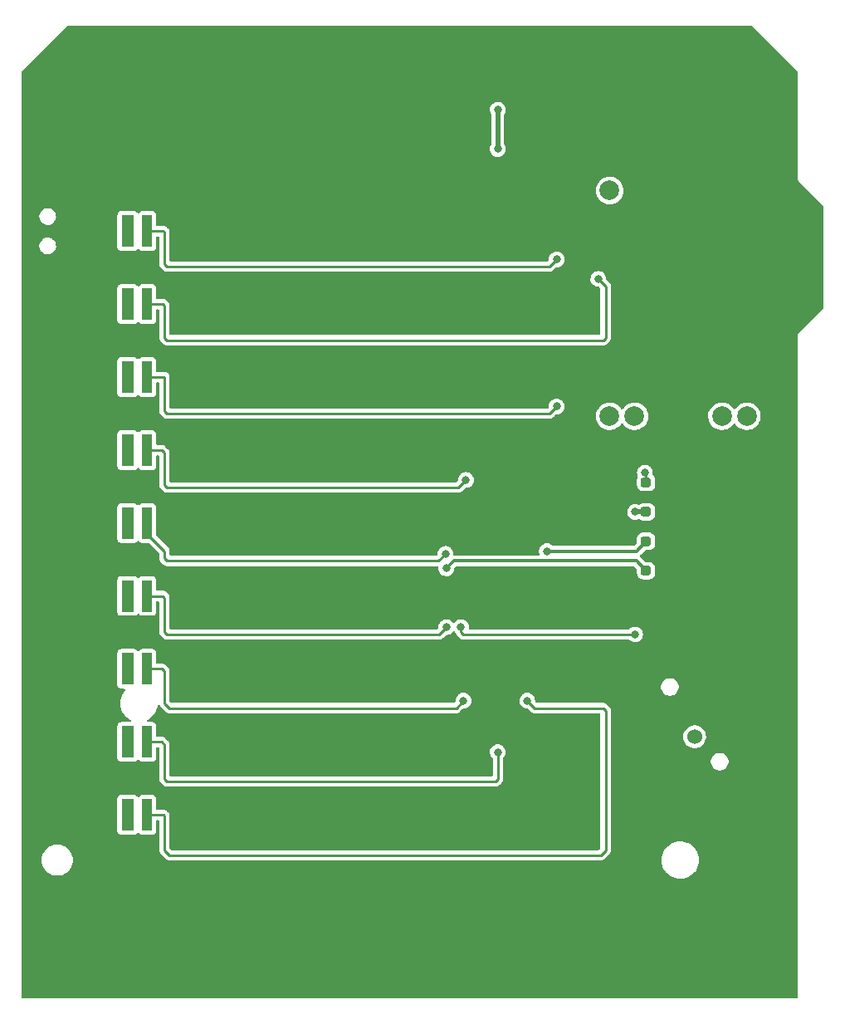
<source format=gbr>
%TF.GenerationSoftware,KiCad,Pcbnew,(6.0.6)*%
%TF.CreationDate,2022-11-03T15:56:01+01:00*%
%TF.ProjectId,Wasbeer-communicator,57617362-6565-4722-9d63-6f6d6d756e69,rev?*%
%TF.SameCoordinates,Original*%
%TF.FileFunction,Copper,L1,Top*%
%TF.FilePolarity,Positive*%
%FSLAX46Y46*%
G04 Gerber Fmt 4.6, Leading zero omitted, Abs format (unit mm)*
G04 Created by KiCad (PCBNEW (6.0.6)) date 2022-11-03 15:56:01*
%MOMM*%
%LPD*%
G01*
G04 APERTURE LIST*
G04 Aperture macros list*
%AMRoundRect*
0 Rectangle with rounded corners*
0 $1 Rounding radius*
0 $2 $3 $4 $5 $6 $7 $8 $9 X,Y pos of 4 corners*
0 Add a 4 corners polygon primitive as box body*
4,1,4,$2,$3,$4,$5,$6,$7,$8,$9,$2,$3,0*
0 Add four circle primitives for the rounded corners*
1,1,$1+$1,$2,$3*
1,1,$1+$1,$4,$5*
1,1,$1+$1,$6,$7*
1,1,$1+$1,$8,$9*
0 Add four rect primitives between the rounded corners*
20,1,$1+$1,$2,$3,$4,$5,0*
20,1,$1+$1,$4,$5,$6,$7,0*
20,1,$1+$1,$6,$7,$8,$9,0*
20,1,$1+$1,$8,$9,$2,$3,0*%
G04 Aperture macros list end*
%TA.AperFunction,SMDPad,CuDef*%
%ADD10RoundRect,0.237500X0.287500X0.237500X-0.287500X0.237500X-0.287500X-0.237500X0.287500X-0.237500X0*%
%TD*%
%TA.AperFunction,SMDPad,CuDef*%
%ADD11R,1.300000X3.250000*%
%TD*%
%TA.AperFunction,SMDPad,CuDef*%
%ADD12R,1.000000X3.250000*%
%TD*%
%TA.AperFunction,ComponentPad*%
%ADD13C,1.524000*%
%TD*%
%TA.AperFunction,ComponentPad*%
%ADD14C,2.000000*%
%TD*%
%TA.AperFunction,ViaPad*%
%ADD15C,0.800000*%
%TD*%
%TA.AperFunction,Conductor*%
%ADD16C,0.250000*%
%TD*%
%TA.AperFunction,Conductor*%
%ADD17C,0.508000*%
%TD*%
%TA.AperFunction,Conductor*%
%ADD18C,0.762000*%
%TD*%
%TA.AperFunction,Conductor*%
%ADD19C,0.304800*%
%TD*%
G04 APERTURE END LIST*
D10*
%TO.P,D13,1,K*%
%TO.N,GND*%
X155875000Y-101000000D03*
%TO.P,D13,2,A*%
%TO.N,/lora*%
X154125000Y-101000000D03*
%TD*%
D11*
%TO.P,D4,*%
%TO.N,*%
X101250000Y-88692186D03*
D12*
%TO.P,D4,1,K*%
%TO.N,GND*%
X99250000Y-88692186D03*
%TO.P,D4,2,A*%
%TO.N,/LED4*%
X103250000Y-88692186D03*
%TD*%
D10*
%TO.P,D10,1,K*%
%TO.N,GND*%
X155875000Y-92000000D03*
%TO.P,D10,2,A*%
%TO.N,Net-(D10-Pad2)*%
X154125000Y-92000000D03*
%TD*%
D11*
%TO.P,D1,*%
%TO.N,*%
X101250000Y-66375000D03*
D12*
%TO.P,D1,1,K*%
%TO.N,GND*%
X99250000Y-66375000D03*
%TO.P,D1,2,A*%
%TO.N,/LED1*%
X103250000Y-66375000D03*
%TD*%
D11*
%TO.P,D8,*%
%TO.N,*%
X101250000Y-118448434D03*
D12*
%TO.P,D8,1,K*%
%TO.N,GND*%
X99250000Y-118448434D03*
%TO.P,D8,2,A*%
%TO.N,/LED8*%
X103250000Y-118448434D03*
%TD*%
D10*
%TO.P,D12,1,K*%
%TO.N,GND*%
X155875000Y-95000000D03*
%TO.P,D12,2,A*%
%TO.N,/wifi*%
X154125000Y-95000000D03*
%TD*%
D11*
%TO.P,D5,*%
%TO.N,*%
X101250000Y-96131248D03*
D12*
%TO.P,D5,1,K*%
%TO.N,GND*%
X99250000Y-96131248D03*
%TO.P,D5,2,A*%
%TO.N,/LED5*%
X103250000Y-96131248D03*
%TD*%
D10*
%TO.P,D11,1,K*%
%TO.N,GND*%
X155875000Y-98000000D03*
%TO.P,D11,2,A*%
%TO.N,/status*%
X154125000Y-98000000D03*
%TD*%
D11*
%TO.P,D6,*%
%TO.N,*%
X101250000Y-103570310D03*
D12*
%TO.P,D6,1,K*%
%TO.N,GND*%
X99250000Y-103570310D03*
%TO.P,D6,2,A*%
%TO.N,/LED6*%
X103250000Y-103570310D03*
%TD*%
D13*
%TO.P,SW1,1,1*%
%TO.N,/BigBtn*%
X159080000Y-117920000D03*
%TO.P,SW1,2,2*%
%TO.N,GND*%
X164160000Y-112840000D03*
%TD*%
D11*
%TO.P,D9,*%
%TO.N,*%
X101250000Y-125887500D03*
D12*
%TO.P,D9,1,K*%
%TO.N,GND*%
X99250000Y-125887500D03*
%TO.P,D9,2,A*%
%TO.N,/LED9*%
X103250000Y-125887500D03*
%TD*%
D11*
%TO.P,D7,*%
%TO.N,*%
X101250000Y-111009372D03*
D12*
%TO.P,D7,1,K*%
%TO.N,GND*%
X99250000Y-111009372D03*
%TO.P,D7,2,A*%
%TO.N,/LED7*%
X103250000Y-111009372D03*
%TD*%
D11*
%TO.P,D3,*%
%TO.N,*%
X101250000Y-81253124D03*
D12*
%TO.P,D3,1,K*%
%TO.N,GND*%
X99250000Y-81253124D03*
%TO.P,D3,2,A*%
%TO.N,/LED3*%
X103250000Y-81253124D03*
%TD*%
D11*
%TO.P,D2,*%
%TO.N,*%
X101250000Y-73814062D03*
D12*
%TO.P,D2,1,K*%
%TO.N,GND*%
X99250000Y-73814062D03*
%TO.P,D2,2,A*%
%TO.N,/LED2*%
X103250000Y-73814062D03*
%TD*%
D14*
%TO.P,U1,1,Vdc*%
%TO.N,+5V*%
X150405000Y-62245000D03*
%TO.P,U1,2,GND*%
%TO.N,GND*%
X164405000Y-62245000D03*
%TO.P,U1,3,Vout*%
%TO.N,Net-(BT1-Pad1)*%
X150405000Y-85245000D03*
%TO.P,U1,4,GND*%
%TO.N,unconnected-(U1-Pad4)*%
X164405000Y-85245000D03*
%TO.P,U1,5,Vbat+*%
%TO.N,unconnected-(U1-Pad5)*%
X152945000Y-85245000D03*
%TO.P,U1,6,Vbat-*%
%TO.N,Net-(BT1-Pad2)*%
X161865000Y-85245000D03*
%TD*%
D15*
%TO.N,GND*%
X97500000Y-78750000D03*
X125000000Y-91000000D03*
X97500000Y-67250000D03*
X94000000Y-134000000D03*
X97500000Y-111000000D03*
X140000000Y-91750000D03*
X153000000Y-77750000D03*
X114000000Y-68599500D03*
X96750000Y-61000000D03*
%TO.N,/status*%
X144000000Y-99000000D03*
%TO.N,/wifi*%
X153000000Y-95000000D03*
X139000000Y-58000000D03*
X139000000Y-54000000D03*
%TO.N,/BigBtn*%
X153000000Y-107500000D03*
X135250000Y-106750000D03*
%TO.N,/lora*%
X133750000Y-100750000D03*
%TO.N,/LED1*%
X145000000Y-69250000D03*
%TO.N,/LED2*%
X149250000Y-71250000D03*
%TO.N,/LED3*%
X145000000Y-84250000D03*
%TO.N,/LED4*%
X135750000Y-91750000D03*
%TO.N,/LED5*%
X133660605Y-99275500D03*
%TO.N,/LED6*%
X133750000Y-106750000D03*
%TO.N,/LED7*%
X135500000Y-114250000D03*
%TO.N,/LED8*%
X139000000Y-119500000D03*
%TO.N,/LED9*%
X142000000Y-114250000D03*
%TO.N,Net-(D10-Pad2)*%
X154000000Y-91000000D03*
%TD*%
D16*
%TO.N,/LED6*%
X105250000Y-107500000D02*
X133000000Y-107500000D01*
X105000000Y-103750000D02*
X105000000Y-107250000D01*
X105000000Y-107250000D02*
X105250000Y-107500000D01*
X104820310Y-103570310D02*
X105000000Y-103750000D01*
X103250000Y-103570310D02*
X104820310Y-103570310D01*
X133000000Y-107500000D02*
X133750000Y-106750000D01*
D17*
%TO.N,GND*%
X97500000Y-67250000D02*
X97500000Y-73750000D01*
X97500000Y-118500000D02*
X97500000Y-125250000D01*
X97500000Y-125250000D02*
X98137500Y-125887500D01*
X98137500Y-125887500D02*
X99250000Y-125887500D01*
X97500000Y-111000000D02*
X97500000Y-111250000D01*
D18*
X98509372Y-111009372D02*
X97740628Y-111009372D01*
X99250000Y-111009372D02*
X98509372Y-111009372D01*
D17*
X97570310Y-103570310D02*
X97500000Y-103500000D01*
X97564062Y-73814062D02*
X97500000Y-73750000D01*
X97500000Y-66500000D02*
X97500000Y-67250000D01*
X96750000Y-61750000D02*
X96750000Y-61000000D01*
X99250000Y-103570310D02*
X97570310Y-103570310D01*
X97692186Y-88692186D02*
X97500000Y-88500000D01*
X97500000Y-111250000D02*
X97500000Y-118500000D01*
X97503124Y-81253124D02*
X97500000Y-81250000D01*
X99250000Y-81253124D02*
X97503124Y-81253124D01*
X97625000Y-66375000D02*
X97500000Y-66500000D01*
X99250000Y-66375000D02*
X97625000Y-66375000D01*
X99250000Y-96131248D02*
X97618752Y-96131248D01*
X97500000Y-66250000D02*
X97500000Y-62500000D01*
X97500000Y-88500000D02*
X97500000Y-96250000D01*
X99250000Y-118448434D02*
X97551566Y-118448434D01*
X97500000Y-81250000D02*
X97500000Y-88500000D01*
X97551566Y-118448434D02*
X97500000Y-118500000D01*
X97618752Y-96131248D02*
X97500000Y-96250000D01*
X97500000Y-103500000D02*
X97500000Y-111000000D01*
X99250000Y-88692186D02*
X97692186Y-88692186D01*
X99250000Y-73814062D02*
X97564062Y-73814062D01*
X97500000Y-62500000D02*
X96750000Y-61750000D01*
X97500000Y-96250000D02*
X97500000Y-103500000D01*
X97500000Y-73750000D02*
X97500000Y-81250000D01*
X97625000Y-66375000D02*
X97500000Y-66250000D01*
X97740628Y-111009372D02*
X97500000Y-111250000D01*
D19*
%TO.N,/status*%
X153125000Y-99000000D02*
X154125000Y-98000000D01*
X144000000Y-99000000D02*
X153125000Y-99000000D01*
D17*
%TO.N,/wifi*%
X154125000Y-95000000D02*
X153000000Y-95000000D01*
X139000000Y-54000000D02*
X139000000Y-58000000D01*
D16*
%TO.N,/BigBtn*%
X135250000Y-107250000D02*
X135250000Y-106750000D01*
X135500000Y-107500000D02*
X135250000Y-107250000D01*
X135500000Y-107500000D02*
X153000000Y-107500000D01*
D19*
%TO.N,/lora*%
X154125000Y-101000000D02*
X153125000Y-100000000D01*
X134500000Y-100000000D02*
X133750000Y-100750000D01*
X134500000Y-100000000D02*
X153125000Y-100000000D01*
D16*
%TO.N,/LED1*%
X144250000Y-70000000D02*
X105250000Y-70000000D01*
X104875000Y-66375000D02*
X103250000Y-66375000D01*
X105000000Y-66500000D02*
X104875000Y-66375000D01*
X105000000Y-69750000D02*
X105000000Y-66500000D01*
X105250000Y-70000000D02*
X105000000Y-69750000D01*
X145000000Y-69250000D02*
X144250000Y-70000000D01*
%TO.N,/LED2*%
X105000000Y-74000000D02*
X104814062Y-73814062D01*
X149250000Y-71250000D02*
X150000000Y-72000000D01*
X105000000Y-77250000D02*
X105000000Y-74000000D01*
X104814062Y-73814062D02*
X103250000Y-73814062D01*
X105250000Y-77500000D02*
X105000000Y-77250000D01*
X150000000Y-72000000D02*
X150000000Y-77250000D01*
X150000000Y-77250000D02*
X149750000Y-77500000D01*
X149750000Y-77500000D02*
X105250000Y-77500000D01*
%TO.N,/LED3*%
X105000000Y-81250000D02*
X104996876Y-81253124D01*
X144250000Y-85000000D02*
X105250000Y-85000000D01*
X105000000Y-84750000D02*
X105000000Y-81250000D01*
X104996876Y-81253124D02*
X103250000Y-81253124D01*
X145000000Y-84250000D02*
X144250000Y-85000000D01*
X105250000Y-85000000D02*
X105000000Y-84750000D01*
%TO.N,/LED4*%
X105000000Y-89000000D02*
X104692186Y-88692186D01*
X104692186Y-88692186D02*
X103250000Y-88692186D01*
X105000000Y-92250000D02*
X105000000Y-89000000D01*
X135750000Y-91750000D02*
X135000000Y-92500000D01*
X105250000Y-92500000D02*
X105000000Y-92250000D01*
X135000000Y-92500000D02*
X105250000Y-92500000D01*
%TO.N,/LED5*%
X132936105Y-100000000D02*
X133660605Y-99275500D01*
X103250000Y-96131248D02*
X103250000Y-97256248D01*
X105000000Y-99006248D02*
X105000000Y-99750000D01*
X103250000Y-97256248D02*
X105000000Y-99006248D01*
X105000000Y-99750000D02*
X105250000Y-100000000D01*
X105250000Y-100000000D02*
X132936105Y-100000000D01*
%TO.N,/LED7*%
X135500000Y-114250000D02*
X134750000Y-115000000D01*
X105000000Y-114500000D02*
X105000000Y-111250000D01*
X134750000Y-115000000D02*
X105500000Y-115000000D01*
X104759372Y-111009372D02*
X103250000Y-111009372D01*
X105500000Y-115000000D02*
X105000000Y-114500000D01*
X105000000Y-111250000D02*
X104759372Y-111009372D01*
%TO.N,/LED8*%
X105000000Y-118750000D02*
X104698434Y-118448434D01*
X105000000Y-122250000D02*
X105000000Y-118750000D01*
X104698434Y-118448434D02*
X103250000Y-118448434D01*
X139000000Y-119500000D02*
X139000000Y-122250000D01*
X139000000Y-122250000D02*
X138750000Y-122500000D01*
X105250000Y-122500000D02*
X105000000Y-122250000D01*
X138750000Y-122500000D02*
X105250000Y-122500000D01*
%TO.N,/LED9*%
X150000000Y-129500000D02*
X149500000Y-130000000D01*
X142000000Y-114250000D02*
X142750000Y-115000000D01*
X149750000Y-115000000D02*
X150000000Y-115250000D01*
X105000000Y-129500000D02*
X105000000Y-126000000D01*
X142750000Y-115000000D02*
X149750000Y-115000000D01*
X150000000Y-115250000D02*
X150000000Y-129500000D01*
X105500000Y-130000000D02*
X105000000Y-129500000D01*
X149500000Y-130000000D02*
X105500000Y-130000000D01*
X104887500Y-125887500D02*
X103250000Y-125887500D01*
X105000000Y-126000000D02*
X104887500Y-125887500D01*
%TO.N,Net-(D10-Pad2)*%
X154125000Y-92000000D02*
X154125000Y-91125000D01*
X154125000Y-91125000D02*
X154000000Y-91000000D01*
%TD*%
%TA.AperFunction,Conductor*%
%TO.N,GND*%
G36*
X164850038Y-45420502D02*
G01*
X164871012Y-45437405D01*
X169562595Y-50128988D01*
X169596621Y-50191300D01*
X169599500Y-50218083D01*
X169599500Y-61063433D01*
X169602564Y-61072864D01*
X169602565Y-61072868D01*
X169606297Y-61084353D01*
X169610913Y-61103578D01*
X169614354Y-61125304D01*
X169618855Y-61134137D01*
X169618856Y-61134141D01*
X169624341Y-61144906D01*
X169631905Y-61163166D01*
X169638704Y-61184090D01*
X169651639Y-61201893D01*
X169661965Y-61218745D01*
X169671950Y-61238342D01*
X169694513Y-61260905D01*
X169694516Y-61260909D01*
X172213095Y-63779488D01*
X172247121Y-63841800D01*
X172250000Y-63868583D01*
X172250000Y-74131417D01*
X172229998Y-74199538D01*
X172213095Y-74220512D01*
X169694516Y-76739091D01*
X169694513Y-76739095D01*
X169671950Y-76761658D01*
X169667446Y-76770498D01*
X169661965Y-76781255D01*
X169651639Y-76798107D01*
X169638704Y-76815910D01*
X169631907Y-76836830D01*
X169624341Y-76855094D01*
X169618856Y-76865859D01*
X169618855Y-76865863D01*
X169614354Y-76874696D01*
X169612803Y-76884487D01*
X169612803Y-76884488D01*
X169610913Y-76896422D01*
X169606297Y-76915647D01*
X169602565Y-76927132D01*
X169602564Y-76927136D01*
X169599500Y-76936567D01*
X169599500Y-144473500D01*
X169579498Y-144541621D01*
X169525842Y-144588114D01*
X169473500Y-144599500D01*
X90526500Y-144599500D01*
X90458379Y-144579498D01*
X90411886Y-144525842D01*
X90400500Y-144473500D01*
X90400500Y-130500000D01*
X92459566Y-130500000D01*
X92479270Y-130750363D01*
X92480424Y-130755170D01*
X92480425Y-130755176D01*
X92494365Y-130813240D01*
X92537897Y-130994561D01*
X92634003Y-131226582D01*
X92765222Y-131440712D01*
X92928322Y-131631678D01*
X93119288Y-131794778D01*
X93333418Y-131925997D01*
X93337988Y-131927890D01*
X93337992Y-131927892D01*
X93560866Y-132020209D01*
X93565439Y-132022103D01*
X93650864Y-132042612D01*
X93804824Y-132079575D01*
X93804830Y-132079576D01*
X93809637Y-132080730D01*
X93897291Y-132087628D01*
X93994851Y-132095307D01*
X93994860Y-132095307D01*
X93997308Y-132095500D01*
X94122692Y-132095500D01*
X94125140Y-132095307D01*
X94125149Y-132095307D01*
X94222709Y-132087628D01*
X94310363Y-132080730D01*
X94315170Y-132079576D01*
X94315176Y-132079575D01*
X94469136Y-132042612D01*
X94554561Y-132022103D01*
X94559134Y-132020209D01*
X94782008Y-131927892D01*
X94782012Y-131927890D01*
X94786582Y-131925997D01*
X95000712Y-131794778D01*
X95191678Y-131631678D01*
X95354778Y-131440712D01*
X95485997Y-131226582D01*
X95582103Y-130994561D01*
X95625635Y-130813240D01*
X95639575Y-130755176D01*
X95639576Y-130755170D01*
X95640730Y-130750363D01*
X95657031Y-130543233D01*
X155694906Y-130543233D01*
X155721102Y-130817792D01*
X155786657Y-131085694D01*
X155890199Y-131341326D01*
X155892500Y-131345256D01*
X155892503Y-131345262D01*
X156027255Y-131575403D01*
X156027260Y-131575410D01*
X156029558Y-131579335D01*
X156032405Y-131582895D01*
X156150028Y-131729974D01*
X156201816Y-131794732D01*
X156205157Y-131797853D01*
X156344363Y-131927892D01*
X156403364Y-131983008D01*
X156629979Y-132140216D01*
X156634055Y-132142244D01*
X156634057Y-132142245D01*
X156872827Y-132261032D01*
X156872830Y-132261033D01*
X156876914Y-132263065D01*
X157138998Y-132348980D01*
X157143489Y-132349760D01*
X157143490Y-132349760D01*
X157406957Y-132395506D01*
X157406965Y-132395507D01*
X157410738Y-132396162D01*
X157414575Y-132396353D01*
X157496305Y-132400422D01*
X157496313Y-132400422D01*
X157497876Y-132400500D01*
X157670070Y-132400500D01*
X157672338Y-132400335D01*
X157672350Y-132400335D01*
X157806603Y-132390594D01*
X157875083Y-132385625D01*
X157879538Y-132384641D01*
X157879541Y-132384641D01*
X158139947Y-132327148D01*
X158139950Y-132327147D01*
X158144403Y-132326164D01*
X158402319Y-132228449D01*
X158643428Y-132094525D01*
X158862678Y-131927198D01*
X158866380Y-131923411D01*
X159052283Y-131733242D01*
X159052287Y-131733237D01*
X159055477Y-131729974D01*
X159217787Y-131506984D01*
X159346206Y-131262899D01*
X159438045Y-131002832D01*
X159474516Y-130817792D01*
X159490499Y-130736704D01*
X159490500Y-130736698D01*
X159491380Y-130732232D01*
X159491607Y-130727676D01*
X159504867Y-130461336D01*
X159504867Y-130461330D01*
X159505094Y-130456767D01*
X159478898Y-130182208D01*
X159413343Y-129914306D01*
X159309801Y-129658674D01*
X159307500Y-129654744D01*
X159307497Y-129654738D01*
X159172745Y-129424597D01*
X159172740Y-129424590D01*
X159170442Y-129420665D01*
X159052927Y-129273720D01*
X159001036Y-129208834D01*
X159001035Y-129208833D01*
X158998184Y-129205268D01*
X158856380Y-129072802D01*
X158799972Y-129020108D01*
X158799969Y-129020106D01*
X158796636Y-129016992D01*
X158570021Y-128859784D01*
X158392667Y-128771551D01*
X158327173Y-128738968D01*
X158327170Y-128738967D01*
X158323086Y-128736935D01*
X158061002Y-128651020D01*
X158056510Y-128650240D01*
X157793043Y-128604494D01*
X157793035Y-128604493D01*
X157789262Y-128603838D01*
X157779029Y-128603329D01*
X157703695Y-128599578D01*
X157703687Y-128599578D01*
X157702124Y-128599500D01*
X157529930Y-128599500D01*
X157527662Y-128599665D01*
X157527650Y-128599665D01*
X157393397Y-128609406D01*
X157324917Y-128614375D01*
X157320462Y-128615359D01*
X157320459Y-128615359D01*
X157060053Y-128672852D01*
X157060050Y-128672853D01*
X157055597Y-128673836D01*
X156797681Y-128771551D01*
X156556572Y-128905475D01*
X156337322Y-129072802D01*
X156334129Y-129076068D01*
X156334127Y-129076070D01*
X156147717Y-129266758D01*
X156147713Y-129266763D01*
X156144523Y-129270026D01*
X156141836Y-129273718D01*
X156141834Y-129273720D01*
X155985724Y-129488193D01*
X155982213Y-129493016D01*
X155853794Y-129737101D01*
X155761955Y-129997168D01*
X155742303Y-130096874D01*
X155712194Y-130249637D01*
X155708620Y-130267768D01*
X155708393Y-130272322D01*
X155708393Y-130272324D01*
X155695556Y-130530180D01*
X155694906Y-130543233D01*
X95657031Y-130543233D01*
X95660434Y-130500000D01*
X95640730Y-130249637D01*
X95639576Y-130244830D01*
X95639575Y-130244824D01*
X95583258Y-130010251D01*
X95582103Y-130005439D01*
X95542602Y-129910075D01*
X95487892Y-129777992D01*
X95487890Y-129777988D01*
X95485997Y-129773418D01*
X95478017Y-129760395D01*
X95413270Y-129654738D01*
X95354778Y-129559288D01*
X95191678Y-129368322D01*
X95000712Y-129205222D01*
X94786582Y-129074003D01*
X94782012Y-129072110D01*
X94782008Y-129072108D01*
X94559134Y-128979791D01*
X94559132Y-128979790D01*
X94554561Y-128977897D01*
X94469136Y-128957388D01*
X94315176Y-128920425D01*
X94315170Y-128920424D01*
X94310363Y-128919270D01*
X94222709Y-128912372D01*
X94125149Y-128904693D01*
X94125140Y-128904693D01*
X94122692Y-128904500D01*
X93997308Y-128904500D01*
X93994860Y-128904693D01*
X93994851Y-128904693D01*
X93897291Y-128912372D01*
X93809637Y-128919270D01*
X93804830Y-128920424D01*
X93804824Y-128920425D01*
X93650864Y-128957388D01*
X93565439Y-128977897D01*
X93560868Y-128979790D01*
X93560866Y-128979791D01*
X93337992Y-129072108D01*
X93337988Y-129072110D01*
X93333418Y-129074003D01*
X93119288Y-129205222D01*
X92928322Y-129368322D01*
X92765222Y-129559288D01*
X92706730Y-129654738D01*
X92641984Y-129760395D01*
X92634003Y-129773418D01*
X92632110Y-129777988D01*
X92632108Y-129777992D01*
X92577398Y-129910075D01*
X92537897Y-130005439D01*
X92536742Y-130010251D01*
X92480425Y-130244824D01*
X92480424Y-130244830D01*
X92479270Y-130249637D01*
X92459566Y-130500000D01*
X90400500Y-130500000D01*
X90400500Y-124230981D01*
X100199500Y-124230981D01*
X100199501Y-127544018D01*
X100214354Y-127637804D01*
X100271950Y-127750842D01*
X100361658Y-127840550D01*
X100474696Y-127898146D01*
X100484485Y-127899696D01*
X100484487Y-127899697D01*
X100511849Y-127904030D01*
X100568481Y-127913000D01*
X101249862Y-127913000D01*
X101931518Y-127912999D01*
X101936412Y-127912224D01*
X102015506Y-127899698D01*
X102015508Y-127899697D01*
X102025304Y-127898146D01*
X102138342Y-127840550D01*
X102228050Y-127750842D01*
X102228263Y-127751055D01*
X102279289Y-127711710D01*
X102350025Y-127705636D01*
X102412816Y-127738769D01*
X102420055Y-127747124D01*
X102421950Y-127750842D01*
X102511658Y-127840550D01*
X102624696Y-127898146D01*
X102634485Y-127899696D01*
X102634487Y-127899697D01*
X102661849Y-127904030D01*
X102718481Y-127913000D01*
X103249892Y-127913000D01*
X103781518Y-127912999D01*
X103786412Y-127912224D01*
X103865506Y-127899698D01*
X103865508Y-127899697D01*
X103875304Y-127898146D01*
X103988342Y-127840550D01*
X104078050Y-127750842D01*
X104135646Y-127637804D01*
X104150500Y-127544019D01*
X104150500Y-126539000D01*
X104170502Y-126470879D01*
X104224158Y-126424386D01*
X104276500Y-126413000D01*
X104348500Y-126413000D01*
X104416621Y-126433002D01*
X104463114Y-126486658D01*
X104474500Y-126539000D01*
X104474500Y-129485565D01*
X104474389Y-129490841D01*
X104471913Y-129549919D01*
X104479867Y-129583830D01*
X104481337Y-129590097D01*
X104483500Y-129601770D01*
X104489099Y-129642646D01*
X104492510Y-129650527D01*
X104492510Y-129650529D01*
X104494595Y-129655347D01*
X104501627Y-129676610D01*
X104502828Y-129681729D01*
X104504790Y-129690093D01*
X104524681Y-129726275D01*
X104529888Y-129736905D01*
X104546280Y-129774783D01*
X104551686Y-129781459D01*
X104551687Y-129781461D01*
X104554992Y-129785542D01*
X104567480Y-129804126D01*
X104574153Y-129816263D01*
X104580836Y-129824005D01*
X104604040Y-129847209D01*
X104612865Y-129857009D01*
X104636888Y-129886675D01*
X104651144Y-129896806D01*
X104667244Y-129910413D01*
X105118195Y-130361364D01*
X105121848Y-130365173D01*
X105161884Y-130408712D01*
X105196968Y-130430465D01*
X105206736Y-130437179D01*
X105239605Y-130462128D01*
X105247586Y-130465288D01*
X105247588Y-130465289D01*
X105252474Y-130467223D01*
X105272490Y-130477291D01*
X105284250Y-130484582D01*
X105292494Y-130486977D01*
X105292496Y-130486978D01*
X105323874Y-130496094D01*
X105335103Y-130499939D01*
X105365486Y-130511968D01*
X105365488Y-130511968D01*
X105373473Y-130515130D01*
X105387098Y-130516562D01*
X105387242Y-130516577D01*
X105409222Y-130520890D01*
X105422512Y-130524751D01*
X105429093Y-130525234D01*
X105429097Y-130525235D01*
X105430404Y-130525331D01*
X105430417Y-130525331D01*
X105432712Y-130525500D01*
X105465529Y-130525500D01*
X105478700Y-130526190D01*
X105496749Y-130528087D01*
X105516662Y-130530180D01*
X105525134Y-130528747D01*
X105525135Y-130528747D01*
X105533896Y-130527265D01*
X105554909Y-130525500D01*
X149485565Y-130525500D01*
X149490842Y-130525611D01*
X149549919Y-130528087D01*
X149590105Y-130518662D01*
X149601771Y-130516500D01*
X149634136Y-130512067D01*
X149634138Y-130512066D01*
X149642646Y-130510901D01*
X149650527Y-130507490D01*
X149650529Y-130507490D01*
X149655347Y-130505405D01*
X149676610Y-130498373D01*
X149681729Y-130497172D01*
X149681731Y-130497171D01*
X149690093Y-130495210D01*
X149726275Y-130475319D01*
X149736905Y-130470112D01*
X149774783Y-130453720D01*
X149781459Y-130448314D01*
X149781461Y-130448313D01*
X149785542Y-130445008D01*
X149804126Y-130432520D01*
X149816263Y-130425847D01*
X149824005Y-130419164D01*
X149847209Y-130395960D01*
X149857010Y-130387134D01*
X149879999Y-130368518D01*
X149886675Y-130363112D01*
X149896806Y-130348856D01*
X149910413Y-130332756D01*
X150361364Y-129881805D01*
X150365173Y-129878152D01*
X150402385Y-129843934D01*
X150408712Y-129838116D01*
X150430465Y-129803032D01*
X150437182Y-129793260D01*
X150462128Y-129760395D01*
X150467224Y-129747524D01*
X150477292Y-129727507D01*
X150480056Y-129723049D01*
X150484582Y-129715750D01*
X150489851Y-129697616D01*
X150496094Y-129676126D01*
X150499939Y-129664897D01*
X150511968Y-129634514D01*
X150511968Y-129634512D01*
X150515130Y-129626527D01*
X150516577Y-129612758D01*
X150520890Y-129590776D01*
X150522908Y-129583830D01*
X150524751Y-129577488D01*
X150525500Y-129567288D01*
X150525500Y-129534471D01*
X150526190Y-129521300D01*
X150529282Y-129491882D01*
X150530180Y-129483338D01*
X150527265Y-129466104D01*
X150525500Y-129445091D01*
X150525500Y-120554646D01*
X160719500Y-120554646D01*
X160758856Y-120739803D01*
X160835849Y-120912730D01*
X160947112Y-121065871D01*
X161087784Y-121192533D01*
X161251716Y-121287179D01*
X161431744Y-121345674D01*
X161438305Y-121346364D01*
X161438307Y-121346364D01*
X161491963Y-121352003D01*
X161572808Y-121360500D01*
X161667192Y-121360500D01*
X161748037Y-121352003D01*
X161801693Y-121346364D01*
X161801695Y-121346364D01*
X161808256Y-121345674D01*
X161988284Y-121287179D01*
X162152216Y-121192533D01*
X162292888Y-121065871D01*
X162404151Y-120912730D01*
X162481144Y-120739803D01*
X162520500Y-120554646D01*
X162520500Y-120365354D01*
X162481144Y-120180197D01*
X162404151Y-120007270D01*
X162396382Y-119996576D01*
X162296767Y-119859468D01*
X162292888Y-119854129D01*
X162274860Y-119837896D01*
X162157124Y-119731886D01*
X162157123Y-119731885D01*
X162152216Y-119727467D01*
X161988284Y-119632821D01*
X161808256Y-119574326D01*
X161801695Y-119573636D01*
X161801693Y-119573636D01*
X161748037Y-119567997D01*
X161667192Y-119559500D01*
X161572808Y-119559500D01*
X161491963Y-119567997D01*
X161438307Y-119573636D01*
X161438305Y-119573636D01*
X161431744Y-119574326D01*
X161251716Y-119632821D01*
X161087784Y-119727467D01*
X161082877Y-119731885D01*
X161082876Y-119731886D01*
X160965141Y-119837896D01*
X160947112Y-119854129D01*
X160943233Y-119859468D01*
X160843619Y-119996576D01*
X160835849Y-120007270D01*
X160758856Y-120180197D01*
X160719500Y-120365354D01*
X160719500Y-120554646D01*
X150525500Y-120554646D01*
X150525500Y-117889439D01*
X157912920Y-117889439D01*
X157926894Y-118102634D01*
X157979485Y-118309713D01*
X158068933Y-118503740D01*
X158072266Y-118508456D01*
X158136589Y-118599471D01*
X158192241Y-118678218D01*
X158345281Y-118827302D01*
X158522927Y-118946001D01*
X158528230Y-118948279D01*
X158528233Y-118948281D01*
X158636107Y-118994627D01*
X158719229Y-119030339D01*
X158820993Y-119053366D01*
X158921977Y-119076217D01*
X158921980Y-119076217D01*
X158927613Y-119077492D01*
X158933384Y-119077719D01*
X158933386Y-119077719D01*
X158998363Y-119080272D01*
X159141101Y-119085880D01*
X159246822Y-119070551D01*
X159346829Y-119056051D01*
X159346834Y-119056050D01*
X159352543Y-119055222D01*
X159358007Y-119053367D01*
X159358012Y-119053366D01*
X159531051Y-118994627D01*
X159554857Y-118986546D01*
X159741268Y-118882151D01*
X159905533Y-118745533D01*
X160013378Y-118615864D01*
X160038460Y-118585706D01*
X160042151Y-118581268D01*
X160146546Y-118394857D01*
X160215222Y-118192543D01*
X160228259Y-118102634D01*
X160245347Y-117984775D01*
X160245880Y-117981101D01*
X160247480Y-117920000D01*
X160227930Y-117707244D01*
X160221092Y-117682996D01*
X160171504Y-117507172D01*
X160171503Y-117507170D01*
X160169936Y-117501613D01*
X160158662Y-117478750D01*
X160077995Y-117315174D01*
X160075440Y-117309993D01*
X160056139Y-117284145D01*
X159951060Y-117143427D01*
X159951059Y-117143426D01*
X159947607Y-117138803D01*
X159943371Y-117134887D01*
X159794957Y-116997695D01*
X159794954Y-116997693D01*
X159790717Y-116993776D01*
X159610025Y-116879768D01*
X159411582Y-116800597D01*
X159405925Y-116799472D01*
X159405919Y-116799470D01*
X159207703Y-116760043D01*
X159207699Y-116760043D01*
X159202035Y-116758916D01*
X159196260Y-116758840D01*
X159196256Y-116758840D01*
X159088997Y-116757436D01*
X158988401Y-116756119D01*
X158982704Y-116757098D01*
X158982703Y-116757098D01*
X158783531Y-116791322D01*
X158777834Y-116792301D01*
X158577387Y-116866250D01*
X158572426Y-116869202D01*
X158572425Y-116869202D01*
X158398740Y-116972533D01*
X158398737Y-116972535D01*
X158393772Y-116975489D01*
X158389432Y-116979295D01*
X158389428Y-116979298D01*
X158237481Y-117112553D01*
X158233140Y-117116360D01*
X158100869Y-117284145D01*
X158098180Y-117289256D01*
X158098178Y-117289259D01*
X158084544Y-117315174D01*
X158001389Y-117473225D01*
X157999675Y-117478746D01*
X157999673Y-117478750D01*
X157994183Y-117496433D01*
X157938032Y-117677267D01*
X157912920Y-117889439D01*
X150525500Y-117889439D01*
X150525500Y-115264425D01*
X150525611Y-115259148D01*
X150527727Y-115208666D01*
X150528087Y-115200081D01*
X150518665Y-115159908D01*
X150516502Y-115148239D01*
X150512066Y-115115861D01*
X150510901Y-115107354D01*
X150505403Y-115094649D01*
X150498369Y-115073380D01*
X150497171Y-115068271D01*
X150497170Y-115068269D01*
X150495209Y-115059907D01*
X150491071Y-115052381D01*
X150491070Y-115052377D01*
X150475330Y-115023747D01*
X150470114Y-115013102D01*
X150453720Y-114975217D01*
X150445009Y-114964460D01*
X150432515Y-114945867D01*
X150429029Y-114939525D01*
X150429028Y-114939524D01*
X150425847Y-114933737D01*
X150419164Y-114925995D01*
X150395960Y-114902791D01*
X150387134Y-114892990D01*
X150368518Y-114870001D01*
X150363112Y-114863325D01*
X150348856Y-114853194D01*
X150332756Y-114839587D01*
X150131805Y-114638636D01*
X150128152Y-114634827D01*
X150093934Y-114597615D01*
X150088116Y-114591288D01*
X150071874Y-114581217D01*
X150053045Y-114569543D01*
X150043262Y-114562819D01*
X150017240Y-114543067D01*
X150010396Y-114537872D01*
X150002409Y-114534710D01*
X150002406Y-114534708D01*
X149997517Y-114532772D01*
X149977516Y-114522713D01*
X149965750Y-114515418D01*
X149926119Y-114503904D01*
X149914895Y-114500060D01*
X149884516Y-114488033D01*
X149884513Y-114488032D01*
X149876528Y-114484871D01*
X149867991Y-114483974D01*
X149867984Y-114483972D01*
X149862761Y-114483423D01*
X149840784Y-114479112D01*
X149833822Y-114477089D01*
X149833820Y-114477089D01*
X149827488Y-114475249D01*
X149820673Y-114474749D01*
X149819596Y-114474669D01*
X149819583Y-114474669D01*
X149817288Y-114474500D01*
X149784461Y-114474500D01*
X149771290Y-114473810D01*
X149733338Y-114469821D01*
X149724872Y-114471253D01*
X149724869Y-114471253D01*
X149716102Y-114472736D01*
X149695090Y-114474500D01*
X143019859Y-114474500D01*
X142951738Y-114454498D01*
X142930764Y-114437595D01*
X142842342Y-114349173D01*
X142808316Y-114286861D01*
X142805449Y-114258321D01*
X142805510Y-114253964D01*
X142805510Y-114253959D01*
X142805565Y-114250000D01*
X142785546Y-114071528D01*
X142779427Y-114053955D01*
X142728803Y-113908584D01*
X142726485Y-113901927D01*
X142631316Y-113749625D01*
X142545196Y-113662902D01*
X142509733Y-113627190D01*
X142509729Y-113627187D01*
X142504770Y-113622193D01*
X142493761Y-113615206D01*
X142419555Y-113568114D01*
X142353136Y-113525963D01*
X142323352Y-113515357D01*
X142190586Y-113468081D01*
X142190581Y-113468080D01*
X142183951Y-113465719D01*
X142176965Y-113464886D01*
X142176961Y-113464885D01*
X142049177Y-113449648D01*
X142005624Y-113444455D01*
X141998621Y-113445191D01*
X141998620Y-113445191D01*
X141834025Y-113462490D01*
X141834021Y-113462491D01*
X141827017Y-113463227D01*
X141820346Y-113465498D01*
X141663677Y-113518832D01*
X141663674Y-113518833D01*
X141657007Y-113521103D01*
X141651009Y-113524793D01*
X141651007Y-113524794D01*
X141580592Y-113568114D01*
X141504045Y-113615206D01*
X141499014Y-113620132D01*
X141499011Y-113620135D01*
X141436883Y-113680976D01*
X141375732Y-113740859D01*
X141371913Y-113746784D01*
X141371912Y-113746786D01*
X141282265Y-113885891D01*
X141278446Y-113891817D01*
X141276037Y-113898437D01*
X141276035Y-113898440D01*
X141268645Y-113918744D01*
X141217022Y-114060578D01*
X141194514Y-114238753D01*
X141195201Y-114245760D01*
X141195201Y-114245763D01*
X141197822Y-114272493D01*
X141212039Y-114417486D01*
X141214262Y-114424168D01*
X141214262Y-114424169D01*
X141261580Y-114566413D01*
X141268726Y-114587896D01*
X141272373Y-114593918D01*
X141348274Y-114719245D01*
X141361759Y-114741512D01*
X141366648Y-114746575D01*
X141366649Y-114746576D01*
X141435422Y-114817792D01*
X141486514Y-114870699D01*
X141636789Y-114969036D01*
X141805116Y-115031636D01*
X141812097Y-115032567D01*
X141812099Y-115032568D01*
X141976149Y-115054457D01*
X141976153Y-115054457D01*
X141983130Y-115055388D01*
X141990141Y-115054750D01*
X141990144Y-115054750D01*
X141994446Y-115054358D01*
X141996843Y-115054140D01*
X142066495Y-115067885D01*
X142097357Y-115090526D01*
X142368195Y-115361364D01*
X142371848Y-115365173D01*
X142411884Y-115408712D01*
X142419184Y-115413238D01*
X142419185Y-115413239D01*
X142446960Y-115430460D01*
X142456730Y-115437174D01*
X142489604Y-115462127D01*
X142502474Y-115467222D01*
X142522482Y-115477286D01*
X142534250Y-115484582D01*
X142542493Y-115486977D01*
X142542500Y-115486980D01*
X142573893Y-115496101D01*
X142585120Y-115499945D01*
X142615487Y-115511968D01*
X142615489Y-115511969D01*
X142623472Y-115515129D01*
X142632009Y-115516026D01*
X142632016Y-115516028D01*
X142637239Y-115516577D01*
X142659215Y-115520888D01*
X142661879Y-115521662D01*
X142666178Y-115522911D01*
X142666180Y-115522911D01*
X142672512Y-115524751D01*
X142679327Y-115525251D01*
X142680404Y-115525331D01*
X142680417Y-115525331D01*
X142682712Y-115525500D01*
X142715538Y-115525500D01*
X142728709Y-115526190D01*
X142766661Y-115530179D01*
X142775127Y-115528747D01*
X142775130Y-115528747D01*
X142783897Y-115527264D01*
X142804909Y-115525500D01*
X149348500Y-115525500D01*
X149416621Y-115545502D01*
X149463114Y-115599158D01*
X149474500Y-115651500D01*
X149474500Y-129230139D01*
X149454498Y-129298260D01*
X149437596Y-129319234D01*
X149319236Y-129437595D01*
X149256924Y-129471620D01*
X149230140Y-129474500D01*
X105769861Y-129474500D01*
X105701740Y-129454498D01*
X105680766Y-129437596D01*
X105562405Y-129319236D01*
X105528380Y-129256924D01*
X105525500Y-129230140D01*
X105525500Y-126014435D01*
X105525611Y-126009159D01*
X105527727Y-125958666D01*
X105528087Y-125950081D01*
X105518665Y-125909908D01*
X105516502Y-125898239D01*
X105512066Y-125865861D01*
X105510901Y-125857354D01*
X105505403Y-125844649D01*
X105498369Y-125823380D01*
X105497171Y-125818271D01*
X105497170Y-125818269D01*
X105495209Y-125809907D01*
X105491071Y-125802381D01*
X105491070Y-125802377D01*
X105475330Y-125773747D01*
X105470114Y-125763102D01*
X105453720Y-125725217D01*
X105445009Y-125714460D01*
X105432515Y-125695867D01*
X105429029Y-125689525D01*
X105429028Y-125689524D01*
X105425847Y-125683737D01*
X105419164Y-125675995D01*
X105395960Y-125652791D01*
X105387134Y-125642990D01*
X105368518Y-125620001D01*
X105363112Y-125613325D01*
X105348856Y-125603194D01*
X105332756Y-125589587D01*
X105269305Y-125526136D01*
X105265652Y-125522327D01*
X105231434Y-125485115D01*
X105225616Y-125478788D01*
X105190544Y-125457042D01*
X105180762Y-125450319D01*
X105154740Y-125430567D01*
X105147896Y-125425372D01*
X105139909Y-125422210D01*
X105139906Y-125422208D01*
X105135017Y-125420272D01*
X105115016Y-125410213D01*
X105103250Y-125402918D01*
X105063619Y-125391404D01*
X105052395Y-125387560D01*
X105022016Y-125375533D01*
X105022013Y-125375532D01*
X105014028Y-125372371D01*
X105005491Y-125371474D01*
X105005484Y-125371472D01*
X105000261Y-125370923D01*
X104978284Y-125366612D01*
X104971322Y-125364589D01*
X104971320Y-125364589D01*
X104964988Y-125362749D01*
X104958173Y-125362249D01*
X104957096Y-125362169D01*
X104957083Y-125362169D01*
X104954788Y-125362000D01*
X104921961Y-125362000D01*
X104908790Y-125361310D01*
X104870838Y-125357321D01*
X104862372Y-125358753D01*
X104862369Y-125358753D01*
X104853602Y-125360236D01*
X104832590Y-125362000D01*
X104276499Y-125362000D01*
X104208378Y-125341998D01*
X104161885Y-125288342D01*
X104150499Y-125236000D01*
X104150499Y-124230982D01*
X104135646Y-124137196D01*
X104078050Y-124024158D01*
X103988342Y-123934450D01*
X103875304Y-123876854D01*
X103865515Y-123875304D01*
X103865513Y-123875303D01*
X103838151Y-123870970D01*
X103781519Y-123862000D01*
X103250108Y-123862000D01*
X102718482Y-123862001D01*
X102713589Y-123862776D01*
X102713588Y-123862776D01*
X102634494Y-123875302D01*
X102634492Y-123875303D01*
X102624696Y-123876854D01*
X102511658Y-123934450D01*
X102421950Y-124024158D01*
X102421737Y-124023945D01*
X102370711Y-124063290D01*
X102299975Y-124069364D01*
X102237184Y-124036231D01*
X102229945Y-124027876D01*
X102228050Y-124024158D01*
X102138342Y-123934450D01*
X102025304Y-123876854D01*
X102015515Y-123875304D01*
X102015513Y-123875303D01*
X101988151Y-123870970D01*
X101931519Y-123862000D01*
X101250138Y-123862000D01*
X100568482Y-123862001D01*
X100563589Y-123862776D01*
X100563588Y-123862776D01*
X100484494Y-123875302D01*
X100484492Y-123875303D01*
X100474696Y-123876854D01*
X100361658Y-123934450D01*
X100271950Y-124024158D01*
X100214354Y-124137196D01*
X100199500Y-124230981D01*
X90400500Y-124230981D01*
X90400500Y-116791915D01*
X100199500Y-116791915D01*
X100199501Y-120104952D01*
X100200276Y-120109843D01*
X100200276Y-120109846D01*
X100211418Y-120180197D01*
X100214354Y-120198738D01*
X100271950Y-120311776D01*
X100361658Y-120401484D01*
X100474696Y-120459080D01*
X100484485Y-120460630D01*
X100484487Y-120460631D01*
X100511849Y-120464964D01*
X100568481Y-120473934D01*
X101249862Y-120473934D01*
X101931518Y-120473933D01*
X101936412Y-120473158D01*
X102015506Y-120460632D01*
X102015508Y-120460631D01*
X102025304Y-120459080D01*
X102138342Y-120401484D01*
X102228050Y-120311776D01*
X102228263Y-120311989D01*
X102279289Y-120272644D01*
X102350025Y-120266570D01*
X102412816Y-120299703D01*
X102420055Y-120308058D01*
X102421950Y-120311776D01*
X102511658Y-120401484D01*
X102624696Y-120459080D01*
X102634485Y-120460630D01*
X102634487Y-120460631D01*
X102661849Y-120464964D01*
X102718481Y-120473934D01*
X103249892Y-120473934D01*
X103781518Y-120473933D01*
X103786412Y-120473158D01*
X103865506Y-120460632D01*
X103865508Y-120460631D01*
X103875304Y-120459080D01*
X103988342Y-120401484D01*
X104078050Y-120311776D01*
X104135646Y-120198738D01*
X104150500Y-120104953D01*
X104150500Y-119099934D01*
X104170502Y-119031813D01*
X104224158Y-118985320D01*
X104276500Y-118973934D01*
X104348500Y-118973934D01*
X104416621Y-118993936D01*
X104463114Y-119047592D01*
X104474500Y-119099934D01*
X104474500Y-122235565D01*
X104474389Y-122240841D01*
X104471913Y-122299919D01*
X104479865Y-122333822D01*
X104481337Y-122340097D01*
X104483500Y-122351770D01*
X104489099Y-122392646D01*
X104492510Y-122400527D01*
X104492510Y-122400529D01*
X104494595Y-122405347D01*
X104501627Y-122426610D01*
X104502828Y-122431729D01*
X104504790Y-122440093D01*
X104524681Y-122476275D01*
X104529888Y-122486905D01*
X104546280Y-122524783D01*
X104551686Y-122531459D01*
X104551687Y-122531461D01*
X104554992Y-122535542D01*
X104567480Y-122554126D01*
X104574153Y-122566263D01*
X104580836Y-122574005D01*
X104604040Y-122597209D01*
X104612865Y-122607009D01*
X104636888Y-122636675D01*
X104643888Y-122641650D01*
X104643896Y-122641657D01*
X104651141Y-122646805D01*
X104667247Y-122660416D01*
X104868204Y-122861373D01*
X104871858Y-122865183D01*
X104911884Y-122908712D01*
X104944645Y-122929025D01*
X104946953Y-122930456D01*
X104956732Y-122937177D01*
X104989604Y-122962127D01*
X105002474Y-122967222D01*
X105022482Y-122977286D01*
X105034250Y-122984582D01*
X105042493Y-122986977D01*
X105042500Y-122986980D01*
X105073893Y-122996101D01*
X105085120Y-122999945D01*
X105115487Y-123011968D01*
X105115489Y-123011969D01*
X105123472Y-123015129D01*
X105132009Y-123016026D01*
X105132016Y-123016028D01*
X105137239Y-123016577D01*
X105159216Y-123020888D01*
X105166178Y-123022911D01*
X105166180Y-123022911D01*
X105172512Y-123024751D01*
X105179327Y-123025251D01*
X105180404Y-123025331D01*
X105180417Y-123025331D01*
X105182712Y-123025500D01*
X105215538Y-123025500D01*
X105228709Y-123026190D01*
X105266661Y-123030179D01*
X105275127Y-123028747D01*
X105275130Y-123028747D01*
X105283897Y-123027264D01*
X105304909Y-123025500D01*
X138735565Y-123025500D01*
X138740842Y-123025611D01*
X138799919Y-123028087D01*
X138840105Y-123018662D01*
X138851771Y-123016500D01*
X138884136Y-123012067D01*
X138884138Y-123012066D01*
X138892646Y-123010901D01*
X138900527Y-123007490D01*
X138900529Y-123007490D01*
X138905347Y-123005405D01*
X138926610Y-122998373D01*
X138931729Y-122997172D01*
X138931731Y-122997171D01*
X138940093Y-122995210D01*
X138976275Y-122975319D01*
X138986905Y-122970112D01*
X139024783Y-122953720D01*
X139031459Y-122948314D01*
X139031461Y-122948313D01*
X139035542Y-122945008D01*
X139054126Y-122932520D01*
X139066263Y-122925847D01*
X139074005Y-122919164D01*
X139097209Y-122895960D01*
X139107010Y-122887134D01*
X139129997Y-122868520D01*
X139129998Y-122868519D01*
X139136675Y-122863112D01*
X139141650Y-122856112D01*
X139141657Y-122856104D01*
X139146805Y-122848859D01*
X139160416Y-122832753D01*
X139361373Y-122631796D01*
X139365183Y-122628142D01*
X139402389Y-122593930D01*
X139408712Y-122588116D01*
X139430458Y-122553044D01*
X139437178Y-122543266D01*
X139456934Y-122517238D01*
X139456935Y-122517237D01*
X139462127Y-122510396D01*
X139467222Y-122497526D01*
X139477286Y-122477518D01*
X139484582Y-122465750D01*
X139486977Y-122457507D01*
X139486980Y-122457500D01*
X139496101Y-122426107D01*
X139499945Y-122414880D01*
X139511968Y-122384513D01*
X139511969Y-122384511D01*
X139515129Y-122376528D01*
X139516026Y-122367991D01*
X139516028Y-122367984D01*
X139516577Y-122362761D01*
X139520888Y-122340784D01*
X139522911Y-122333822D01*
X139522911Y-122333820D01*
X139524751Y-122327488D01*
X139525500Y-122317288D01*
X139525500Y-122284462D01*
X139526190Y-122271291D01*
X139529281Y-122241881D01*
X139530179Y-122233339D01*
X139527264Y-122216103D01*
X139525500Y-122195091D01*
X139525500Y-120159039D01*
X139545502Y-120090918D01*
X139564604Y-120067797D01*
X139617099Y-120017807D01*
X139716483Y-119868222D01*
X139731168Y-119829564D01*
X139777757Y-119706919D01*
X139777758Y-119706914D01*
X139780257Y-119700336D01*
X139797680Y-119576366D01*
X139804700Y-119526416D01*
X139804700Y-119526411D01*
X139805251Y-119522493D01*
X139805565Y-119500000D01*
X139785546Y-119321528D01*
X139779427Y-119303955D01*
X139728803Y-119158584D01*
X139726485Y-119151927D01*
X139631316Y-118999625D01*
X139567771Y-118935635D01*
X139509733Y-118877190D01*
X139509729Y-118877187D01*
X139504770Y-118872193D01*
X139493761Y-118865206D01*
X139427678Y-118823269D01*
X139353136Y-118775963D01*
X139305945Y-118759159D01*
X139190586Y-118718081D01*
X139190581Y-118718080D01*
X139183951Y-118715719D01*
X139176965Y-118714886D01*
X139176961Y-118714885D01*
X139049177Y-118699648D01*
X139005624Y-118694455D01*
X138998621Y-118695191D01*
X138998620Y-118695191D01*
X138834025Y-118712490D01*
X138834021Y-118712491D01*
X138827017Y-118713227D01*
X138820346Y-118715498D01*
X138663677Y-118768832D01*
X138663674Y-118768833D01*
X138657007Y-118771103D01*
X138651009Y-118774793D01*
X138651007Y-118774794D01*
X138580526Y-118818155D01*
X138504045Y-118865206D01*
X138499014Y-118870132D01*
X138499011Y-118870135D01*
X138436883Y-118930976D01*
X138375732Y-118990859D01*
X138371913Y-118996784D01*
X138371912Y-118996786D01*
X138320722Y-119076217D01*
X138278446Y-119141817D01*
X138217022Y-119310578D01*
X138194514Y-119488753D01*
X138195201Y-119495760D01*
X138195201Y-119495763D01*
X138202837Y-119573636D01*
X138212039Y-119667486D01*
X138214262Y-119674168D01*
X138214262Y-119674169D01*
X138222967Y-119700336D01*
X138268726Y-119837896D01*
X138361759Y-119991512D01*
X138366648Y-119996575D01*
X138366649Y-119996576D01*
X138439137Y-120071639D01*
X138472069Y-120134535D01*
X138474500Y-120159166D01*
X138474500Y-121848500D01*
X138454498Y-121916621D01*
X138400842Y-121963114D01*
X138348500Y-121974500D01*
X105651500Y-121974500D01*
X105583379Y-121954498D01*
X105536886Y-121900842D01*
X105525500Y-121848500D01*
X105525500Y-118764435D01*
X105525611Y-118759159D01*
X105526368Y-118741095D01*
X105528087Y-118700081D01*
X105518662Y-118659895D01*
X105516500Y-118648229D01*
X105512067Y-118615864D01*
X105512066Y-118615862D01*
X105510901Y-118607354D01*
X105505405Y-118594653D01*
X105498373Y-118573390D01*
X105497172Y-118568271D01*
X105497171Y-118568269D01*
X105495210Y-118559907D01*
X105475319Y-118523725D01*
X105470112Y-118513095D01*
X105453720Y-118475217D01*
X105445008Y-118464458D01*
X105432520Y-118445874D01*
X105425847Y-118433737D01*
X105419165Y-118425995D01*
X105395952Y-118402782D01*
X105387127Y-118392981D01*
X105368519Y-118370002D01*
X105363112Y-118363325D01*
X105356115Y-118358352D01*
X105356107Y-118358345D01*
X105348865Y-118353199D01*
X105332760Y-118339590D01*
X105080227Y-118087058D01*
X105076574Y-118083248D01*
X105042368Y-118046049D01*
X105036550Y-118039722D01*
X105001478Y-118017976D01*
X104991696Y-118011253D01*
X104965674Y-117991501D01*
X104958830Y-117986306D01*
X104950843Y-117983144D01*
X104950840Y-117983142D01*
X104945951Y-117981206D01*
X104925950Y-117971147D01*
X104914184Y-117963852D01*
X104874553Y-117952338D01*
X104863329Y-117948494D01*
X104832950Y-117936467D01*
X104832947Y-117936466D01*
X104824962Y-117933305D01*
X104816425Y-117932408D01*
X104816418Y-117932406D01*
X104811195Y-117931857D01*
X104789218Y-117927546D01*
X104782256Y-117925523D01*
X104782254Y-117925523D01*
X104775922Y-117923683D01*
X104769107Y-117923183D01*
X104768030Y-117923103D01*
X104768017Y-117923103D01*
X104765722Y-117922934D01*
X104732895Y-117922934D01*
X104719724Y-117922244D01*
X104681772Y-117918255D01*
X104673306Y-117919687D01*
X104673303Y-117919687D01*
X104664536Y-117921170D01*
X104643524Y-117922934D01*
X104276499Y-117922934D01*
X104208378Y-117902932D01*
X104161885Y-117849276D01*
X104150499Y-117796934D01*
X104150499Y-116791916D01*
X104135646Y-116698130D01*
X104078050Y-116585092D01*
X103988342Y-116495384D01*
X103875304Y-116437788D01*
X103865515Y-116436238D01*
X103865513Y-116436237D01*
X103838151Y-116431904D01*
X103781519Y-116422934D01*
X103338510Y-116422934D01*
X103270389Y-116402932D01*
X103223896Y-116349276D01*
X103213792Y-116279002D01*
X103243286Y-116214422D01*
X103277328Y-116186785D01*
X103361169Y-116140216D01*
X103443428Y-116094525D01*
X103662678Y-115927198D01*
X103665873Y-115923930D01*
X103852283Y-115733242D01*
X103852287Y-115733237D01*
X103855477Y-115729974D01*
X103912597Y-115651500D01*
X104015100Y-115510676D01*
X104015102Y-115510673D01*
X104017787Y-115506984D01*
X104146206Y-115262899D01*
X104238045Y-115002832D01*
X104268746Y-114847070D01*
X104286779Y-114755578D01*
X104319577Y-114692611D01*
X104381211Y-114657372D01*
X104452112Y-114661048D01*
X104509770Y-114702473D01*
X104520812Y-114719237D01*
X104524681Y-114726276D01*
X104529888Y-114736905D01*
X104546280Y-114774783D01*
X104551686Y-114781459D01*
X104551687Y-114781461D01*
X104554992Y-114785542D01*
X104567480Y-114804126D01*
X104574153Y-114816263D01*
X104578465Y-114821258D01*
X104579306Y-114822232D01*
X104580836Y-114824005D01*
X104604040Y-114847209D01*
X104612865Y-114857009D01*
X104636888Y-114886675D01*
X104651144Y-114896806D01*
X104667244Y-114910413D01*
X105118195Y-115361364D01*
X105121848Y-115365173D01*
X105161884Y-115408712D01*
X105196960Y-115430460D01*
X105206736Y-115437179D01*
X105239605Y-115462128D01*
X105247586Y-115465288D01*
X105247588Y-115465289D01*
X105252474Y-115467223D01*
X105272490Y-115477291D01*
X105284250Y-115484582D01*
X105292494Y-115486977D01*
X105292496Y-115486978D01*
X105323874Y-115496094D01*
X105335103Y-115499939D01*
X105365486Y-115511968D01*
X105365488Y-115511968D01*
X105373473Y-115515130D01*
X105387098Y-115516562D01*
X105387242Y-115516577D01*
X105409222Y-115520890D01*
X105422512Y-115524751D01*
X105429093Y-115525234D01*
X105429097Y-115525235D01*
X105430404Y-115525331D01*
X105430417Y-115525331D01*
X105432712Y-115525500D01*
X105465529Y-115525500D01*
X105478700Y-115526190D01*
X105508109Y-115529281D01*
X105516662Y-115530180D01*
X105525134Y-115528747D01*
X105525135Y-115528747D01*
X105533896Y-115527265D01*
X105554909Y-115525500D01*
X134735565Y-115525500D01*
X134740842Y-115525611D01*
X134799919Y-115528087D01*
X134840105Y-115518662D01*
X134851771Y-115516500D01*
X134884136Y-115512067D01*
X134884138Y-115512066D01*
X134892646Y-115510901D01*
X134900527Y-115507490D01*
X134900529Y-115507490D01*
X134905347Y-115505405D01*
X134926610Y-115498373D01*
X134931729Y-115497172D01*
X134931731Y-115497171D01*
X134940093Y-115495210D01*
X134976275Y-115475319D01*
X134986905Y-115470112D01*
X135024783Y-115453720D01*
X135031459Y-115448314D01*
X135031461Y-115448313D01*
X135035542Y-115445008D01*
X135054126Y-115432520D01*
X135066263Y-115425847D01*
X135074005Y-115419164D01*
X135097209Y-115395960D01*
X135107010Y-115387134D01*
X135129999Y-115368518D01*
X135136675Y-115363112D01*
X135146806Y-115348856D01*
X135160413Y-115332756D01*
X135401478Y-115091691D01*
X135463790Y-115057665D01*
X135483166Y-115055786D01*
X135483130Y-115055388D01*
X135654960Y-115039751D01*
X135654961Y-115039751D01*
X135661981Y-115039112D01*
X135775499Y-115002227D01*
X135826082Y-114985792D01*
X135832782Y-114983615D01*
X135864915Y-114964460D01*
X135980992Y-114895265D01*
X135980994Y-114895264D01*
X135987044Y-114891657D01*
X136117099Y-114767807D01*
X136134570Y-114741512D01*
X136204162Y-114636766D01*
X136216483Y-114618222D01*
X136245032Y-114543067D01*
X136277757Y-114456919D01*
X136277758Y-114456914D01*
X136280257Y-114450336D01*
X136281237Y-114443364D01*
X136304700Y-114276416D01*
X136304700Y-114276411D01*
X136305251Y-114272493D01*
X136305449Y-114258321D01*
X136305510Y-114253963D01*
X136305510Y-114253958D01*
X136305565Y-114250000D01*
X136285546Y-114071528D01*
X136279427Y-114053955D01*
X136228803Y-113908584D01*
X136226485Y-113901927D01*
X136131316Y-113749625D01*
X136045196Y-113662902D01*
X136009733Y-113627190D01*
X136009729Y-113627187D01*
X136004770Y-113622193D01*
X135993761Y-113615206D01*
X135919555Y-113568114D01*
X135853136Y-113525963D01*
X135823352Y-113515357D01*
X135690586Y-113468081D01*
X135690581Y-113468080D01*
X135683951Y-113465719D01*
X135676965Y-113464886D01*
X135676961Y-113464885D01*
X135549177Y-113449648D01*
X135505624Y-113444455D01*
X135498621Y-113445191D01*
X135498620Y-113445191D01*
X135334025Y-113462490D01*
X135334021Y-113462491D01*
X135327017Y-113463227D01*
X135320346Y-113465498D01*
X135163677Y-113518832D01*
X135163674Y-113518833D01*
X135157007Y-113521103D01*
X135151009Y-113524793D01*
X135151007Y-113524794D01*
X135080592Y-113568114D01*
X135004045Y-113615206D01*
X134999014Y-113620132D01*
X134999011Y-113620135D01*
X134936883Y-113680976D01*
X134875732Y-113740859D01*
X134871913Y-113746784D01*
X134871912Y-113746786D01*
X134782265Y-113885891D01*
X134778446Y-113891817D01*
X134776037Y-113898437D01*
X134776035Y-113898440D01*
X134768645Y-113918744D01*
X134717022Y-114060578D01*
X134694514Y-114238753D01*
X134695201Y-114245760D01*
X134695201Y-114245762D01*
X134695271Y-114246473D01*
X134695185Y-114246925D01*
X134695103Y-114252807D01*
X134694070Y-114252793D01*
X134682012Y-114316220D01*
X134658967Y-114347864D01*
X134569236Y-114437595D01*
X134506924Y-114471621D01*
X134480141Y-114474500D01*
X105769861Y-114474500D01*
X105701740Y-114454498D01*
X105680766Y-114437596D01*
X105562405Y-114319236D01*
X105528380Y-114256924D01*
X105525500Y-114230140D01*
X105525500Y-112934646D01*
X155639500Y-112934646D01*
X155640872Y-112941099D01*
X155640872Y-112941103D01*
X155657646Y-113020018D01*
X155678856Y-113119803D01*
X155755849Y-113292730D01*
X155867112Y-113445871D01*
X155872014Y-113450284D01*
X155872015Y-113450286D01*
X155956063Y-113525963D01*
X156007784Y-113572533D01*
X156013505Y-113575836D01*
X156150168Y-113654738D01*
X156171716Y-113667179D01*
X156351744Y-113725674D01*
X156358305Y-113726364D01*
X156358307Y-113726364D01*
X156411963Y-113732003D01*
X156492808Y-113740500D01*
X156587192Y-113740500D01*
X156668037Y-113732003D01*
X156721693Y-113726364D01*
X156721695Y-113726364D01*
X156728256Y-113725674D01*
X156908284Y-113667179D01*
X156929833Y-113654738D01*
X157066495Y-113575836D01*
X157072216Y-113572533D01*
X157123937Y-113525963D01*
X157207985Y-113450286D01*
X157207986Y-113450284D01*
X157212888Y-113445871D01*
X157324151Y-113292730D01*
X157401144Y-113119803D01*
X157422354Y-113020018D01*
X157439128Y-112941103D01*
X157439128Y-112941099D01*
X157440500Y-112934646D01*
X157440500Y-112745354D01*
X157401144Y-112560197D01*
X157324151Y-112387270D01*
X157212888Y-112234129D01*
X157072216Y-112107467D01*
X156908284Y-112012821D01*
X156728256Y-111954326D01*
X156721695Y-111953636D01*
X156721693Y-111953636D01*
X156668037Y-111947997D01*
X156587192Y-111939500D01*
X156492808Y-111939500D01*
X156411963Y-111947997D01*
X156358307Y-111953636D01*
X156358305Y-111953636D01*
X156351744Y-111954326D01*
X156171716Y-112012821D01*
X156007784Y-112107467D01*
X155867112Y-112234129D01*
X155755849Y-112387270D01*
X155678856Y-112560197D01*
X155639500Y-112745354D01*
X155639500Y-112934646D01*
X105525500Y-112934646D01*
X105525500Y-111264426D01*
X105525611Y-111259149D01*
X105527727Y-111208666D01*
X105528087Y-111200081D01*
X105518665Y-111159908D01*
X105516502Y-111148239D01*
X105512066Y-111115861D01*
X105510901Y-111107354D01*
X105505403Y-111094649D01*
X105498369Y-111073380D01*
X105497171Y-111068271D01*
X105497170Y-111068269D01*
X105495209Y-111059907D01*
X105491071Y-111052381D01*
X105491070Y-111052377D01*
X105475330Y-111023747D01*
X105470114Y-111013102D01*
X105453720Y-110975217D01*
X105445009Y-110964460D01*
X105432515Y-110945867D01*
X105429029Y-110939525D01*
X105429028Y-110939524D01*
X105425847Y-110933737D01*
X105419164Y-110925995D01*
X105395960Y-110902791D01*
X105387134Y-110892990D01*
X105368518Y-110870001D01*
X105363112Y-110863325D01*
X105348856Y-110853194D01*
X105332756Y-110839587D01*
X105141177Y-110648008D01*
X105137524Y-110644199D01*
X105103306Y-110606987D01*
X105097488Y-110600660D01*
X105062416Y-110578914D01*
X105052634Y-110572191D01*
X105026612Y-110552439D01*
X105019768Y-110547244D01*
X105011781Y-110544082D01*
X105011778Y-110544080D01*
X105006889Y-110542144D01*
X104986888Y-110532085D01*
X104975122Y-110524790D01*
X104935491Y-110513276D01*
X104924267Y-110509432D01*
X104893888Y-110497405D01*
X104893885Y-110497404D01*
X104885900Y-110494243D01*
X104877363Y-110493346D01*
X104877356Y-110493344D01*
X104872133Y-110492795D01*
X104850156Y-110488484D01*
X104843194Y-110486461D01*
X104843192Y-110486461D01*
X104836860Y-110484621D01*
X104830045Y-110484121D01*
X104828968Y-110484041D01*
X104828955Y-110484041D01*
X104826660Y-110483872D01*
X104793833Y-110483872D01*
X104780662Y-110483182D01*
X104742710Y-110479193D01*
X104734244Y-110480625D01*
X104734241Y-110480625D01*
X104725474Y-110482108D01*
X104704462Y-110483872D01*
X104276499Y-110483872D01*
X104208378Y-110463870D01*
X104161885Y-110410214D01*
X104150499Y-110357872D01*
X104150499Y-109352854D01*
X104135646Y-109259068D01*
X104078050Y-109146030D01*
X103988342Y-109056322D01*
X103875304Y-108998726D01*
X103865515Y-108997176D01*
X103865513Y-108997175D01*
X103838151Y-108992842D01*
X103781519Y-108983872D01*
X103250108Y-108983872D01*
X102718482Y-108983873D01*
X102713589Y-108984648D01*
X102713588Y-108984648D01*
X102634494Y-108997174D01*
X102634492Y-108997175D01*
X102624696Y-108998726D01*
X102511658Y-109056322D01*
X102421950Y-109146030D01*
X102421737Y-109145817D01*
X102370711Y-109185162D01*
X102299975Y-109191236D01*
X102237184Y-109158103D01*
X102229945Y-109149748D01*
X102228050Y-109146030D01*
X102138342Y-109056322D01*
X102025304Y-108998726D01*
X102015515Y-108997176D01*
X102015513Y-108997175D01*
X101988151Y-108992842D01*
X101931519Y-108983872D01*
X101250138Y-108983872D01*
X100568482Y-108983873D01*
X100563589Y-108984648D01*
X100563588Y-108984648D01*
X100484494Y-108997174D01*
X100484492Y-108997175D01*
X100474696Y-108998726D01*
X100361658Y-109056322D01*
X100271950Y-109146030D01*
X100214354Y-109259068D01*
X100199500Y-109352853D01*
X100199501Y-112665890D01*
X100214354Y-112759676D01*
X100271950Y-112872714D01*
X100361658Y-112962422D01*
X100474696Y-113020018D01*
X100484485Y-113021568D01*
X100484487Y-113021569D01*
X100511849Y-113025902D01*
X100568481Y-113034872D01*
X100875025Y-113034872D01*
X100943146Y-113054874D01*
X100989639Y-113108530D01*
X100999743Y-113178804D01*
X100970249Y-113243384D01*
X100965140Y-113248936D01*
X100944523Y-113270026D01*
X100941836Y-113273718D01*
X100941834Y-113273720D01*
X100800363Y-113468081D01*
X100782213Y-113493016D01*
X100653794Y-113737101D01*
X100561955Y-113997168D01*
X100561075Y-114001634D01*
X100511341Y-114253964D01*
X100508620Y-114267768D01*
X100508393Y-114272322D01*
X100508393Y-114272324D01*
X100495173Y-114537872D01*
X100494906Y-114543233D01*
X100521102Y-114817792D01*
X100522187Y-114822226D01*
X100522188Y-114822232D01*
X100575258Y-115039112D01*
X100586657Y-115085694D01*
X100690199Y-115341326D01*
X100692500Y-115345256D01*
X100692503Y-115345262D01*
X100827255Y-115575403D01*
X100827260Y-115575410D01*
X100829558Y-115579335D01*
X100832405Y-115582895D01*
X100950028Y-115729974D01*
X101001816Y-115794732D01*
X101203364Y-115983008D01*
X101429979Y-116140216D01*
X101434054Y-116142243D01*
X101434062Y-116142248D01*
X101518235Y-116184123D01*
X101570316Y-116232373D01*
X101588043Y-116301121D01*
X101565789Y-116368540D01*
X101510617Y-116413224D01*
X101462113Y-116422934D01*
X100582720Y-116422935D01*
X100568482Y-116422935D01*
X100563589Y-116423710D01*
X100563588Y-116423710D01*
X100484494Y-116436236D01*
X100484492Y-116436237D01*
X100474696Y-116437788D01*
X100361658Y-116495384D01*
X100271950Y-116585092D01*
X100214354Y-116698130D01*
X100199500Y-116791915D01*
X90400500Y-116791915D01*
X90400500Y-101913791D01*
X100199500Y-101913791D01*
X100199501Y-105226828D01*
X100214354Y-105320614D01*
X100271950Y-105433652D01*
X100361658Y-105523360D01*
X100474696Y-105580956D01*
X100484485Y-105582506D01*
X100484487Y-105582507D01*
X100511849Y-105586840D01*
X100568481Y-105595810D01*
X101249862Y-105595810D01*
X101931518Y-105595809D01*
X101936412Y-105595034D01*
X102015506Y-105582508D01*
X102015508Y-105582507D01*
X102025304Y-105580956D01*
X102138342Y-105523360D01*
X102228050Y-105433652D01*
X102228263Y-105433865D01*
X102279289Y-105394520D01*
X102350025Y-105388446D01*
X102412816Y-105421579D01*
X102420055Y-105429934D01*
X102421950Y-105433652D01*
X102511658Y-105523360D01*
X102624696Y-105580956D01*
X102634485Y-105582506D01*
X102634487Y-105582507D01*
X102661849Y-105586840D01*
X102718481Y-105595810D01*
X103249892Y-105595810D01*
X103781518Y-105595809D01*
X103786412Y-105595034D01*
X103865506Y-105582508D01*
X103865508Y-105582507D01*
X103875304Y-105580956D01*
X103988342Y-105523360D01*
X104078050Y-105433652D01*
X104135646Y-105320614D01*
X104150500Y-105226829D01*
X104150500Y-104221810D01*
X104170502Y-104153689D01*
X104224158Y-104107196D01*
X104276500Y-104095810D01*
X104348500Y-104095810D01*
X104416621Y-104115812D01*
X104463114Y-104169468D01*
X104474500Y-104221810D01*
X104474500Y-107235565D01*
X104474389Y-107240841D01*
X104471913Y-107299919D01*
X104478623Y-107328527D01*
X104481337Y-107340097D01*
X104483500Y-107351770D01*
X104489099Y-107392646D01*
X104492510Y-107400527D01*
X104492510Y-107400529D01*
X104494595Y-107405347D01*
X104501627Y-107426610D01*
X104502828Y-107431729D01*
X104504790Y-107440093D01*
X104524681Y-107476275D01*
X104529888Y-107486905D01*
X104546280Y-107524783D01*
X104551686Y-107531459D01*
X104551687Y-107531461D01*
X104554992Y-107535542D01*
X104567480Y-107554126D01*
X104574153Y-107566263D01*
X104580836Y-107574005D01*
X104604040Y-107597209D01*
X104612865Y-107607009D01*
X104636888Y-107636675D01*
X104643888Y-107641650D01*
X104643896Y-107641657D01*
X104651141Y-107646805D01*
X104667247Y-107660416D01*
X104868204Y-107861373D01*
X104871858Y-107865183D01*
X104911884Y-107908712D01*
X104944645Y-107929025D01*
X104946953Y-107930456D01*
X104956732Y-107937177D01*
X104989604Y-107962127D01*
X105002474Y-107967222D01*
X105022482Y-107977286D01*
X105034250Y-107984582D01*
X105042493Y-107986977D01*
X105042500Y-107986980D01*
X105073893Y-107996101D01*
X105085120Y-107999945D01*
X105115487Y-108011968D01*
X105115489Y-108011969D01*
X105123472Y-108015129D01*
X105132009Y-108016026D01*
X105132016Y-108016028D01*
X105137239Y-108016577D01*
X105159216Y-108020888D01*
X105166178Y-108022911D01*
X105166180Y-108022911D01*
X105172512Y-108024751D01*
X105179327Y-108025251D01*
X105180404Y-108025331D01*
X105180417Y-108025331D01*
X105182712Y-108025500D01*
X105215538Y-108025500D01*
X105228709Y-108026190D01*
X105266661Y-108030179D01*
X105275127Y-108028747D01*
X105275130Y-108028747D01*
X105283897Y-108027264D01*
X105304909Y-108025500D01*
X132985565Y-108025500D01*
X132990842Y-108025611D01*
X133049919Y-108028087D01*
X133090105Y-108018662D01*
X133101771Y-108016500D01*
X133134136Y-108012067D01*
X133134138Y-108012066D01*
X133142646Y-108010901D01*
X133150527Y-108007490D01*
X133150529Y-108007490D01*
X133155347Y-108005405D01*
X133176610Y-107998373D01*
X133181729Y-107997172D01*
X133181731Y-107997171D01*
X133190093Y-107995210D01*
X133226275Y-107975319D01*
X133236905Y-107970112D01*
X133274783Y-107953720D01*
X133281459Y-107948314D01*
X133281461Y-107948313D01*
X133285542Y-107945008D01*
X133304126Y-107932520D01*
X133316263Y-107925847D01*
X133324005Y-107919164D01*
X133347209Y-107895960D01*
X133357010Y-107887134D01*
X133379999Y-107868518D01*
X133386675Y-107863112D01*
X133396806Y-107848856D01*
X133410413Y-107832756D01*
X133651478Y-107591691D01*
X133713790Y-107557665D01*
X133733166Y-107555786D01*
X133733130Y-107555388D01*
X133904960Y-107539751D01*
X133904961Y-107539751D01*
X133911981Y-107539112D01*
X134082782Y-107483615D01*
X134095119Y-107476261D01*
X134230992Y-107395265D01*
X134230994Y-107395264D01*
X134237044Y-107391657D01*
X134367099Y-107267807D01*
X134393550Y-107227995D01*
X134447907Y-107182326D01*
X134518327Y-107173294D01*
X134582451Y-107203768D01*
X134606271Y-107232450D01*
X134611759Y-107241512D01*
X134706962Y-107340097D01*
X134711086Y-107344368D01*
X134738808Y-107392774D01*
X134739100Y-107392648D01*
X134742511Y-107400530D01*
X134744595Y-107405347D01*
X134751627Y-107426610D01*
X134752828Y-107431729D01*
X134754790Y-107440093D01*
X134774681Y-107476275D01*
X134779888Y-107486905D01*
X134796280Y-107524783D01*
X134801686Y-107531459D01*
X134801687Y-107531461D01*
X134804992Y-107535542D01*
X134817480Y-107554126D01*
X134824153Y-107566263D01*
X134830836Y-107574005D01*
X134854040Y-107597209D01*
X134862865Y-107607009D01*
X134886888Y-107636675D01*
X134893888Y-107641650D01*
X134893896Y-107641657D01*
X134901141Y-107646805D01*
X134917247Y-107660416D01*
X135118204Y-107861373D01*
X135121858Y-107865183D01*
X135161884Y-107908712D01*
X135194645Y-107929025D01*
X135196953Y-107930456D01*
X135206732Y-107937177D01*
X135239604Y-107962127D01*
X135252474Y-107967222D01*
X135272482Y-107977286D01*
X135284250Y-107984582D01*
X135292493Y-107986977D01*
X135292500Y-107986980D01*
X135323893Y-107996101D01*
X135335120Y-107999945D01*
X135365487Y-108011968D01*
X135365489Y-108011969D01*
X135373472Y-108015129D01*
X135382009Y-108016026D01*
X135382016Y-108016028D01*
X135387239Y-108016577D01*
X135409216Y-108020888D01*
X135416178Y-108022911D01*
X135416180Y-108022911D01*
X135422512Y-108024751D01*
X135429327Y-108025251D01*
X135430404Y-108025331D01*
X135430417Y-108025331D01*
X135432712Y-108025500D01*
X135465538Y-108025500D01*
X135478709Y-108026190D01*
X135516661Y-108030179D01*
X135525127Y-108028747D01*
X135525130Y-108028747D01*
X135533897Y-108027264D01*
X135554909Y-108025500D01*
X152341097Y-108025500D01*
X152409218Y-108045502D01*
X152431734Y-108063973D01*
X152486514Y-108120699D01*
X152636789Y-108219036D01*
X152805116Y-108281636D01*
X152812097Y-108282567D01*
X152812099Y-108282568D01*
X152976149Y-108304457D01*
X152976153Y-108304457D01*
X152983130Y-108305388D01*
X152990142Y-108304750D01*
X152990146Y-108304750D01*
X153154960Y-108289751D01*
X153154961Y-108289751D01*
X153161981Y-108289112D01*
X153332782Y-108233615D01*
X153363714Y-108215176D01*
X153480992Y-108145265D01*
X153480994Y-108145264D01*
X153487044Y-108141657D01*
X153617099Y-108017807D01*
X153621688Y-108010901D01*
X153673054Y-107933588D01*
X153716483Y-107868222D01*
X153731168Y-107829564D01*
X153777757Y-107706919D01*
X153777758Y-107706914D01*
X153780257Y-107700336D01*
X153781237Y-107693364D01*
X153804700Y-107526416D01*
X153804700Y-107526411D01*
X153805251Y-107522493D01*
X153805565Y-107500000D01*
X153785546Y-107321528D01*
X153766839Y-107267807D01*
X153728803Y-107158584D01*
X153726485Y-107151927D01*
X153631316Y-106999625D01*
X153533220Y-106900842D01*
X153509733Y-106877190D01*
X153509729Y-106877187D01*
X153504770Y-106872193D01*
X153493761Y-106865206D01*
X153416571Y-106816220D01*
X153353136Y-106775963D01*
X153291353Y-106753963D01*
X153190586Y-106718081D01*
X153190581Y-106718080D01*
X153183951Y-106715719D01*
X153176965Y-106714886D01*
X153176961Y-106714885D01*
X153049177Y-106699648D01*
X153005624Y-106694455D01*
X152998621Y-106695191D01*
X152998620Y-106695191D01*
X152834025Y-106712490D01*
X152834021Y-106712491D01*
X152827017Y-106713227D01*
X152820346Y-106715498D01*
X152663677Y-106768832D01*
X152663674Y-106768833D01*
X152657007Y-106771103D01*
X152651009Y-106774793D01*
X152651007Y-106774794D01*
X152600692Y-106805748D01*
X152504045Y-106865206D01*
X152429173Y-106938526D01*
X152366510Y-106971894D01*
X152341018Y-106974500D01*
X136171808Y-106974500D01*
X136103687Y-106954498D01*
X136057194Y-106900842D01*
X136047034Y-106830965D01*
X136054699Y-106776419D01*
X136055251Y-106772493D01*
X136055565Y-106750000D01*
X136035546Y-106571528D01*
X136029427Y-106553955D01*
X135978803Y-106408584D01*
X135976485Y-106401927D01*
X135881316Y-106249625D01*
X135817771Y-106185635D01*
X135759733Y-106127190D01*
X135759729Y-106127187D01*
X135754770Y-106122193D01*
X135743761Y-106115206D01*
X135696860Y-106085442D01*
X135603136Y-106025963D01*
X135573352Y-106015357D01*
X135440586Y-105968081D01*
X135440581Y-105968080D01*
X135433951Y-105965719D01*
X135426965Y-105964886D01*
X135426961Y-105964885D01*
X135299177Y-105949648D01*
X135255624Y-105944455D01*
X135248621Y-105945191D01*
X135248620Y-105945191D01*
X135084025Y-105962490D01*
X135084021Y-105962491D01*
X135077017Y-105963227D01*
X135070346Y-105965498D01*
X134913677Y-106018832D01*
X134913674Y-106018833D01*
X134907007Y-106021103D01*
X134901009Y-106024793D01*
X134901007Y-106024794D01*
X134830526Y-106068155D01*
X134754045Y-106115206D01*
X134749014Y-106120132D01*
X134749011Y-106120135D01*
X134741807Y-106127190D01*
X134625732Y-106240859D01*
X134606408Y-106270843D01*
X134552696Y-106317266D01*
X134482409Y-106327281D01*
X134417866Y-106297706D01*
X134393647Y-106269358D01*
X134381316Y-106249625D01*
X134317771Y-106185635D01*
X134259733Y-106127190D01*
X134259729Y-106127187D01*
X134254770Y-106122193D01*
X134243761Y-106115206D01*
X134196860Y-106085442D01*
X134103136Y-106025963D01*
X134073352Y-106015357D01*
X133940586Y-105968081D01*
X133940581Y-105968080D01*
X133933951Y-105965719D01*
X133926965Y-105964886D01*
X133926961Y-105964885D01*
X133799177Y-105949648D01*
X133755624Y-105944455D01*
X133748621Y-105945191D01*
X133748620Y-105945191D01*
X133584025Y-105962490D01*
X133584021Y-105962491D01*
X133577017Y-105963227D01*
X133570346Y-105965498D01*
X133413677Y-106018832D01*
X133413674Y-106018833D01*
X133407007Y-106021103D01*
X133401009Y-106024793D01*
X133401007Y-106024794D01*
X133330526Y-106068155D01*
X133254045Y-106115206D01*
X133249014Y-106120132D01*
X133249011Y-106120135D01*
X133241807Y-106127190D01*
X133125732Y-106240859D01*
X133121913Y-106246784D01*
X133121912Y-106246786D01*
X133076491Y-106317266D01*
X133028446Y-106391817D01*
X132967022Y-106560578D01*
X132944514Y-106738753D01*
X132945201Y-106745760D01*
X132945201Y-106745762D01*
X132945271Y-106746473D01*
X132945185Y-106746925D01*
X132945103Y-106752807D01*
X132944070Y-106752793D01*
X132932012Y-106816220D01*
X132908967Y-106847864D01*
X132819236Y-106937595D01*
X132756924Y-106971621D01*
X132730141Y-106974500D01*
X105651500Y-106974500D01*
X105583379Y-106954498D01*
X105536886Y-106900842D01*
X105525500Y-106848500D01*
X105525500Y-103764435D01*
X105525611Y-103759159D01*
X105527727Y-103708666D01*
X105528087Y-103700081D01*
X105518665Y-103659908D01*
X105516502Y-103648239D01*
X105512066Y-103615861D01*
X105510901Y-103607354D01*
X105505403Y-103594649D01*
X105498369Y-103573380D01*
X105497171Y-103568271D01*
X105497170Y-103568269D01*
X105495209Y-103559907D01*
X105491071Y-103552381D01*
X105491070Y-103552377D01*
X105475330Y-103523747D01*
X105470114Y-103513102D01*
X105453720Y-103475217D01*
X105445009Y-103464460D01*
X105432515Y-103445867D01*
X105429029Y-103439525D01*
X105429028Y-103439524D01*
X105425847Y-103433737D01*
X105419164Y-103425995D01*
X105395960Y-103402791D01*
X105387134Y-103392990D01*
X105368518Y-103370001D01*
X105363112Y-103363325D01*
X105348856Y-103353194D01*
X105332756Y-103339587D01*
X105202115Y-103208946D01*
X105198462Y-103205137D01*
X105164244Y-103167925D01*
X105158426Y-103161598D01*
X105123354Y-103139852D01*
X105113572Y-103133129D01*
X105087550Y-103113377D01*
X105080706Y-103108182D01*
X105072719Y-103105020D01*
X105072716Y-103105018D01*
X105067827Y-103103082D01*
X105047826Y-103093023D01*
X105036060Y-103085728D01*
X104996429Y-103074214D01*
X104985205Y-103070370D01*
X104954826Y-103058343D01*
X104954823Y-103058342D01*
X104946838Y-103055181D01*
X104938301Y-103054284D01*
X104938294Y-103054282D01*
X104933071Y-103053733D01*
X104911094Y-103049422D01*
X104904132Y-103047399D01*
X104904130Y-103047399D01*
X104897798Y-103045559D01*
X104890983Y-103045059D01*
X104889906Y-103044979D01*
X104889893Y-103044979D01*
X104887598Y-103044810D01*
X104854771Y-103044810D01*
X104841600Y-103044120D01*
X104803648Y-103040131D01*
X104795182Y-103041563D01*
X104795179Y-103041563D01*
X104786412Y-103043046D01*
X104765400Y-103044810D01*
X104276499Y-103044810D01*
X104208378Y-103024808D01*
X104161885Y-102971152D01*
X104150499Y-102918810D01*
X104150499Y-101913792D01*
X104144435Y-101875500D01*
X104137198Y-101829804D01*
X104137197Y-101829802D01*
X104135646Y-101820006D01*
X104078050Y-101706968D01*
X103988342Y-101617260D01*
X103875304Y-101559664D01*
X103865515Y-101558114D01*
X103865513Y-101558113D01*
X103838151Y-101553780D01*
X103781519Y-101544810D01*
X103250108Y-101544810D01*
X102718482Y-101544811D01*
X102713589Y-101545586D01*
X102713588Y-101545586D01*
X102634494Y-101558112D01*
X102634492Y-101558113D01*
X102624696Y-101559664D01*
X102511658Y-101617260D01*
X102421950Y-101706968D01*
X102421737Y-101706755D01*
X102370711Y-101746100D01*
X102299975Y-101752174D01*
X102237184Y-101719041D01*
X102229945Y-101710686D01*
X102228050Y-101706968D01*
X102138342Y-101617260D01*
X102025304Y-101559664D01*
X102015515Y-101558114D01*
X102015513Y-101558113D01*
X101988151Y-101553780D01*
X101931519Y-101544810D01*
X101250138Y-101544810D01*
X100568482Y-101544811D01*
X100563589Y-101545586D01*
X100563588Y-101545586D01*
X100484494Y-101558112D01*
X100484492Y-101558113D01*
X100474696Y-101559664D01*
X100361658Y-101617260D01*
X100271950Y-101706968D01*
X100214354Y-101820006D01*
X100199500Y-101913791D01*
X90400500Y-101913791D01*
X90400500Y-94474729D01*
X100199500Y-94474729D01*
X100199501Y-97787766D01*
X100214354Y-97881552D01*
X100271950Y-97994590D01*
X100361658Y-98084298D01*
X100474696Y-98141894D01*
X100484485Y-98143444D01*
X100484487Y-98143445D01*
X100511849Y-98147778D01*
X100568481Y-98156748D01*
X101249862Y-98156748D01*
X101931518Y-98156747D01*
X101936412Y-98155972D01*
X102015506Y-98143446D01*
X102015508Y-98143445D01*
X102025304Y-98141894D01*
X102138342Y-98084298D01*
X102228050Y-97994590D01*
X102228263Y-97994803D01*
X102279289Y-97955458D01*
X102350025Y-97949384D01*
X102412816Y-97982517D01*
X102420055Y-97990872D01*
X102421950Y-97994590D01*
X102511658Y-98084298D01*
X102624696Y-98141894D01*
X102634485Y-98143444D01*
X102634487Y-98143445D01*
X102661849Y-98147778D01*
X102718481Y-98156748D01*
X102778189Y-98156748D01*
X103355140Y-98156747D01*
X103423261Y-98176749D01*
X103444235Y-98193652D01*
X104437595Y-99187012D01*
X104471621Y-99249324D01*
X104474500Y-99276107D01*
X104474500Y-99735565D01*
X104474389Y-99740841D01*
X104471913Y-99799919D01*
X104481337Y-99840097D01*
X104483500Y-99851770D01*
X104489099Y-99892646D01*
X104492510Y-99900527D01*
X104492510Y-99900529D01*
X104494595Y-99905347D01*
X104501627Y-99926610D01*
X104502828Y-99931729D01*
X104504790Y-99940093D01*
X104524681Y-99976275D01*
X104529888Y-99986905D01*
X104546280Y-100024783D01*
X104551686Y-100031459D01*
X104551687Y-100031461D01*
X104554992Y-100035542D01*
X104567480Y-100054126D01*
X104574153Y-100066263D01*
X104580836Y-100074005D01*
X104604040Y-100097209D01*
X104612866Y-100107010D01*
X104629334Y-100127346D01*
X104636888Y-100136675D01*
X104643888Y-100141650D01*
X104643896Y-100141657D01*
X104651141Y-100146805D01*
X104667247Y-100160416D01*
X104868204Y-100361373D01*
X104871858Y-100365183D01*
X104911884Y-100408712D01*
X104919184Y-100413238D01*
X104946953Y-100430456D01*
X104956732Y-100437177D01*
X104989604Y-100462127D01*
X105002474Y-100467222D01*
X105022482Y-100477286D01*
X105034250Y-100484582D01*
X105042493Y-100486977D01*
X105042500Y-100486980D01*
X105073893Y-100496101D01*
X105085120Y-100499945D01*
X105115487Y-100511968D01*
X105115489Y-100511969D01*
X105123472Y-100515129D01*
X105132009Y-100516026D01*
X105132016Y-100516028D01*
X105137239Y-100516577D01*
X105159216Y-100520888D01*
X105166178Y-100522911D01*
X105166180Y-100522911D01*
X105172512Y-100524751D01*
X105179327Y-100525251D01*
X105180404Y-100525331D01*
X105180417Y-100525331D01*
X105182712Y-100525500D01*
X105215538Y-100525500D01*
X105228709Y-100526190D01*
X105266661Y-100530179D01*
X105275127Y-100528747D01*
X105275130Y-100528747D01*
X105283897Y-100527264D01*
X105304909Y-100525500D01*
X132828534Y-100525500D01*
X132896655Y-100545502D01*
X132943148Y-100599158D01*
X132953541Y-100667291D01*
X132949965Y-100695602D01*
X132944514Y-100738753D01*
X132945201Y-100745760D01*
X132945201Y-100745763D01*
X132947822Y-100772493D01*
X132962039Y-100917486D01*
X132964262Y-100924168D01*
X132964262Y-100924169D01*
X132972967Y-100950336D01*
X133018726Y-101087896D01*
X133111759Y-101241512D01*
X133236514Y-101370699D01*
X133386789Y-101469036D01*
X133555116Y-101531636D01*
X133562097Y-101532567D01*
X133562099Y-101532568D01*
X133726149Y-101554457D01*
X133726153Y-101554457D01*
X133733130Y-101555388D01*
X133740142Y-101554750D01*
X133740146Y-101554750D01*
X133904960Y-101539751D01*
X133904961Y-101539751D01*
X133911981Y-101539112D01*
X134082782Y-101483615D01*
X134113714Y-101465176D01*
X134230992Y-101395265D01*
X134230994Y-101395264D01*
X134237044Y-101391657D01*
X134367099Y-101267807D01*
X134384570Y-101241512D01*
X134462582Y-101124093D01*
X134466483Y-101118222D01*
X134481168Y-101079564D01*
X134527757Y-100956919D01*
X134527758Y-100956914D01*
X134530257Y-100950336D01*
X134536121Y-100908609D01*
X134554700Y-100776415D01*
X134554700Y-100776412D01*
X134555251Y-100772493D01*
X134555294Y-100769407D01*
X134580395Y-100703203D01*
X134591759Y-100690160D01*
X134692114Y-100589805D01*
X134754426Y-100555779D01*
X134781209Y-100552900D01*
X152843791Y-100552900D01*
X152911912Y-100572902D01*
X152932886Y-100589805D01*
X153162595Y-100819514D01*
X153196621Y-100881826D01*
X153199500Y-100908609D01*
X153199501Y-101111635D01*
X153199501Y-101301934D01*
X153202346Y-101338098D01*
X153204142Y-101344279D01*
X153204142Y-101344280D01*
X153240388Y-101469036D01*
X153247319Y-101492894D01*
X153251354Y-101499717D01*
X153325340Y-101624823D01*
X153325343Y-101624827D01*
X153329374Y-101631643D01*
X153443357Y-101745626D01*
X153450173Y-101749657D01*
X153450177Y-101749660D01*
X153554192Y-101811173D01*
X153582106Y-101827681D01*
X153589718Y-101829892D01*
X153589719Y-101829893D01*
X153730726Y-101870860D01*
X153730729Y-101870861D01*
X153736902Y-101872654D01*
X153758580Y-101874360D01*
X153770608Y-101875307D01*
X153770617Y-101875307D01*
X153773065Y-101875500D01*
X154124715Y-101875500D01*
X154476934Y-101875499D01*
X154496142Y-101873988D01*
X154506680Y-101873159D01*
X154506681Y-101873159D01*
X154513098Y-101872654D01*
X154519280Y-101870858D01*
X154660281Y-101829893D01*
X154660282Y-101829892D01*
X154667894Y-101827681D01*
X154695808Y-101811173D01*
X154799823Y-101749660D01*
X154799827Y-101749657D01*
X154806643Y-101745626D01*
X154920626Y-101631643D01*
X154924657Y-101624827D01*
X154924660Y-101624823D01*
X154998646Y-101499717D01*
X155002681Y-101492894D01*
X155008899Y-101471492D01*
X155045860Y-101344274D01*
X155045861Y-101344271D01*
X155047654Y-101338098D01*
X155049360Y-101316420D01*
X155050307Y-101304392D01*
X155050307Y-101304383D01*
X155050500Y-101301935D01*
X155050499Y-100698066D01*
X155047654Y-100661902D01*
X155013836Y-100545502D01*
X155004893Y-100514719D01*
X155004892Y-100514718D01*
X155002681Y-100507106D01*
X154990779Y-100486980D01*
X154924660Y-100375177D01*
X154924657Y-100375173D01*
X154920626Y-100368357D01*
X154806643Y-100254374D01*
X154799827Y-100250343D01*
X154799823Y-100250340D01*
X154674717Y-100176354D01*
X154667894Y-100172319D01*
X154660282Y-100170108D01*
X154660281Y-100170107D01*
X154519274Y-100129140D01*
X154519271Y-100129139D01*
X154513098Y-100127346D01*
X154491420Y-100125640D01*
X154479392Y-100124693D01*
X154479383Y-100124693D01*
X154476935Y-100124500D01*
X154456811Y-100124500D01*
X154083609Y-100124501D01*
X154015489Y-100104499D01*
X153994514Y-100087596D01*
X153526608Y-99619690D01*
X153522956Y-99615882D01*
X153494318Y-99584739D01*
X153462931Y-99521057D01*
X153470956Y-99450516D01*
X153507770Y-99401532D01*
X153531836Y-99382044D01*
X153542805Y-99366609D01*
X153556416Y-99350503D01*
X153994514Y-98912405D01*
X154056826Y-98878379D01*
X154083609Y-98875500D01*
X154456779Y-98875499D01*
X154476934Y-98875499D01*
X154496142Y-98873988D01*
X154506680Y-98873159D01*
X154506681Y-98873159D01*
X154513098Y-98872654D01*
X154571388Y-98855719D01*
X154660281Y-98829893D01*
X154660282Y-98829892D01*
X154667894Y-98827681D01*
X154696814Y-98810578D01*
X154799823Y-98749660D01*
X154799827Y-98749657D01*
X154806643Y-98745626D01*
X154920626Y-98631643D01*
X154924657Y-98624827D01*
X154924660Y-98624823D01*
X154998646Y-98499717D01*
X155002681Y-98492894D01*
X155009132Y-98470691D01*
X155045860Y-98344274D01*
X155045861Y-98344271D01*
X155047654Y-98338098D01*
X155050500Y-98301935D01*
X155050499Y-97698066D01*
X155047654Y-97661902D01*
X155002681Y-97507106D01*
X154998646Y-97500283D01*
X154924660Y-97375177D01*
X154924657Y-97375173D01*
X154920626Y-97368357D01*
X154806643Y-97254374D01*
X154799827Y-97250343D01*
X154799823Y-97250340D01*
X154674717Y-97176354D01*
X154667894Y-97172319D01*
X154660282Y-97170108D01*
X154660281Y-97170107D01*
X154519274Y-97129140D01*
X154519271Y-97129139D01*
X154513098Y-97127346D01*
X154491420Y-97125640D01*
X154479392Y-97124693D01*
X154479383Y-97124693D01*
X154476935Y-97124500D01*
X154125285Y-97124500D01*
X153773066Y-97124501D01*
X153753858Y-97126012D01*
X153743320Y-97126841D01*
X153743319Y-97126841D01*
X153736902Y-97127346D01*
X153730721Y-97129142D01*
X153730720Y-97129142D01*
X153589719Y-97170107D01*
X153589718Y-97170108D01*
X153582106Y-97172319D01*
X153575283Y-97176354D01*
X153450177Y-97250340D01*
X153450173Y-97250343D01*
X153443357Y-97254374D01*
X153329374Y-97368357D01*
X153325343Y-97375173D01*
X153325340Y-97375177D01*
X153251354Y-97500283D01*
X153247319Y-97507106D01*
X153202346Y-97661902D01*
X153201842Y-97668312D01*
X153199694Y-97695602D01*
X153199500Y-97698065D01*
X153199500Y-97700534D01*
X153199501Y-98091391D01*
X153179499Y-98159511D01*
X153162596Y-98180486D01*
X152932887Y-98410195D01*
X152870575Y-98444221D01*
X152843792Y-98447100D01*
X144631605Y-98447100D01*
X144563484Y-98427098D01*
X144542199Y-98409884D01*
X144509733Y-98377190D01*
X144509729Y-98377187D01*
X144504770Y-98372193D01*
X144493761Y-98365206D01*
X144440944Y-98331688D01*
X144353136Y-98275963D01*
X144323352Y-98265357D01*
X144190586Y-98218081D01*
X144190581Y-98218080D01*
X144183951Y-98215719D01*
X144176965Y-98214886D01*
X144176961Y-98214885D01*
X144049177Y-98199648D01*
X144005624Y-98194455D01*
X143998621Y-98195191D01*
X143998620Y-98195191D01*
X143834025Y-98212490D01*
X143834021Y-98212491D01*
X143827017Y-98213227D01*
X143820346Y-98215498D01*
X143663677Y-98268832D01*
X143663674Y-98268833D01*
X143657007Y-98271103D01*
X143651009Y-98274793D01*
X143651007Y-98274794D01*
X143580526Y-98318154D01*
X143504045Y-98365206D01*
X143499014Y-98370132D01*
X143499011Y-98370135D01*
X143440843Y-98427098D01*
X143375732Y-98490859D01*
X143371913Y-98496784D01*
X143371912Y-98496786D01*
X143336675Y-98551463D01*
X143278446Y-98641817D01*
X143276037Y-98648437D01*
X143276035Y-98648440D01*
X143263732Y-98682243D01*
X143217022Y-98810578D01*
X143194514Y-98988753D01*
X143212039Y-99167486D01*
X143214262Y-99174168D01*
X143214262Y-99174169D01*
X143249909Y-99281329D01*
X143252431Y-99352280D01*
X143216194Y-99413333D01*
X143152702Y-99445102D01*
X143130350Y-99447100D01*
X134589847Y-99447100D01*
X134521726Y-99427098D01*
X134475233Y-99373442D01*
X134465412Y-99305894D01*
X134465001Y-99305862D01*
X134465142Y-99304035D01*
X134465073Y-99303563D01*
X134465305Y-99301914D01*
X134465305Y-99301913D01*
X134465856Y-99297993D01*
X134466170Y-99275500D01*
X134446151Y-99097028D01*
X134440032Y-99079455D01*
X134389408Y-98934084D01*
X134387090Y-98927427D01*
X134376431Y-98910368D01*
X134295654Y-98781099D01*
X134291921Y-98775125D01*
X134199685Y-98682243D01*
X134170338Y-98652690D01*
X134170334Y-98652687D01*
X134165375Y-98647693D01*
X134154366Y-98640706D01*
X134083660Y-98595835D01*
X134013741Y-98551463D01*
X133983957Y-98540857D01*
X133851191Y-98493581D01*
X133851186Y-98493580D01*
X133844556Y-98491219D01*
X133837570Y-98490386D01*
X133837566Y-98490385D01*
X133709782Y-98475148D01*
X133666229Y-98469955D01*
X133659226Y-98470691D01*
X133659225Y-98470691D01*
X133494630Y-98487990D01*
X133494626Y-98487991D01*
X133487622Y-98488727D01*
X133480951Y-98490998D01*
X133324282Y-98544332D01*
X133324279Y-98544333D01*
X133317612Y-98546603D01*
X133311614Y-98550293D01*
X133311612Y-98550294D01*
X133241131Y-98593654D01*
X133164650Y-98640706D01*
X133159619Y-98645632D01*
X133159616Y-98645635D01*
X133114328Y-98689985D01*
X133036337Y-98766359D01*
X133032518Y-98772284D01*
X133032517Y-98772286D01*
X132995556Y-98829638D01*
X132939051Y-98917317D01*
X132877627Y-99086078D01*
X132855119Y-99264253D01*
X132855806Y-99271260D01*
X132855806Y-99271262D01*
X132855876Y-99271973D01*
X132855790Y-99272425D01*
X132855708Y-99278307D01*
X132854675Y-99278293D01*
X132842617Y-99341720D01*
X132819572Y-99373364D01*
X132755341Y-99437595D01*
X132693029Y-99471621D01*
X132666246Y-99474500D01*
X105651500Y-99474500D01*
X105583379Y-99454498D01*
X105536886Y-99400842D01*
X105525500Y-99348500D01*
X105525500Y-99020683D01*
X105525611Y-99015407D01*
X105527727Y-98964914D01*
X105528087Y-98956329D01*
X105518662Y-98916143D01*
X105516500Y-98904477D01*
X105512067Y-98872112D01*
X105512066Y-98872110D01*
X105510901Y-98863602D01*
X105505405Y-98850901D01*
X105498373Y-98829638D01*
X105497172Y-98824519D01*
X105497171Y-98824517D01*
X105495210Y-98816155D01*
X105475319Y-98779973D01*
X105470112Y-98769343D01*
X105453720Y-98731465D01*
X105445008Y-98720706D01*
X105432520Y-98702122D01*
X105425847Y-98689985D01*
X105419165Y-98682243D01*
X105395956Y-98659034D01*
X105387130Y-98649233D01*
X105368517Y-98626247D01*
X105368515Y-98626245D01*
X105363112Y-98619573D01*
X105348862Y-98609446D01*
X105332757Y-98595835D01*
X104187405Y-97450484D01*
X104153380Y-97388172D01*
X104150500Y-97361389D01*
X104150499Y-94988753D01*
X152194514Y-94988753D01*
X152212039Y-95167486D01*
X152214262Y-95174168D01*
X152214262Y-95174169D01*
X152256764Y-95301935D01*
X152268726Y-95337896D01*
X152361759Y-95491512D01*
X152366648Y-95496575D01*
X152366649Y-95496576D01*
X152443713Y-95576378D01*
X152486514Y-95620699D01*
X152636789Y-95719036D01*
X152805116Y-95781636D01*
X152812097Y-95782567D01*
X152812099Y-95782568D01*
X152976149Y-95804457D01*
X152976153Y-95804457D01*
X152983130Y-95805388D01*
X152990142Y-95804750D01*
X152990146Y-95804750D01*
X153154960Y-95789751D01*
X153154961Y-95789751D01*
X153161981Y-95789112D01*
X153332782Y-95733615D01*
X153333378Y-95735449D01*
X153394181Y-95726862D01*
X153442328Y-95747366D01*
X153443357Y-95745626D01*
X153582106Y-95827681D01*
X153589718Y-95829892D01*
X153589719Y-95829893D01*
X153730726Y-95870860D01*
X153730729Y-95870861D01*
X153736902Y-95872654D01*
X153758580Y-95874360D01*
X153770608Y-95875307D01*
X153770617Y-95875307D01*
X153773065Y-95875500D01*
X154124715Y-95875500D01*
X154476934Y-95875499D01*
X154496142Y-95873988D01*
X154506680Y-95873159D01*
X154506681Y-95873159D01*
X154513098Y-95872654D01*
X154519280Y-95870858D01*
X154660281Y-95829893D01*
X154660282Y-95829892D01*
X154667894Y-95827681D01*
X154732031Y-95789751D01*
X154799823Y-95749660D01*
X154799827Y-95749657D01*
X154806643Y-95745626D01*
X154920626Y-95631643D01*
X154924657Y-95624827D01*
X154924660Y-95624823D01*
X154998646Y-95499717D01*
X155002681Y-95492894D01*
X155047654Y-95338098D01*
X155050500Y-95301935D01*
X155050499Y-94698066D01*
X155047654Y-94661902D01*
X155002681Y-94507106D01*
X154990156Y-94485927D01*
X154924660Y-94375177D01*
X154924657Y-94375173D01*
X154920626Y-94368357D01*
X154806643Y-94254374D01*
X154799827Y-94250343D01*
X154799823Y-94250340D01*
X154674717Y-94176354D01*
X154667894Y-94172319D01*
X154660282Y-94170108D01*
X154660281Y-94170107D01*
X154519274Y-94129140D01*
X154519271Y-94129139D01*
X154513098Y-94127346D01*
X154491420Y-94125640D01*
X154479392Y-94124693D01*
X154479383Y-94124693D01*
X154476935Y-94124500D01*
X154125285Y-94124500D01*
X153773066Y-94124501D01*
X153753858Y-94126012D01*
X153743320Y-94126841D01*
X153743319Y-94126841D01*
X153736902Y-94127346D01*
X153730721Y-94129142D01*
X153730720Y-94129142D01*
X153589719Y-94170107D01*
X153589718Y-94170108D01*
X153582106Y-94172319D01*
X153443357Y-94254374D01*
X153442461Y-94252858D01*
X153385430Y-94275251D01*
X153332020Y-94268444D01*
X153190586Y-94218081D01*
X153190581Y-94218080D01*
X153183951Y-94215719D01*
X153176965Y-94214886D01*
X153176961Y-94214885D01*
X153049177Y-94199648D01*
X153005624Y-94194455D01*
X152998621Y-94195191D01*
X152998620Y-94195191D01*
X152834025Y-94212490D01*
X152834021Y-94212491D01*
X152827017Y-94213227D01*
X152820346Y-94215498D01*
X152663677Y-94268832D01*
X152663674Y-94268833D01*
X152657007Y-94271103D01*
X152651009Y-94274793D01*
X152651007Y-94274794D01*
X152588722Y-94313112D01*
X152504045Y-94365206D01*
X152499014Y-94370132D01*
X152499011Y-94370135D01*
X152477968Y-94390742D01*
X152375732Y-94490859D01*
X152371913Y-94496784D01*
X152371912Y-94496786D01*
X152360355Y-94514719D01*
X152278446Y-94641817D01*
X152276037Y-94648437D01*
X152276035Y-94648440D01*
X152258870Y-94695602D01*
X152217022Y-94810578D01*
X152194514Y-94988753D01*
X104150499Y-94988753D01*
X104150499Y-94479685D01*
X104150499Y-94474730D01*
X104135646Y-94380944D01*
X104078050Y-94267906D01*
X103988342Y-94178198D01*
X103875304Y-94120602D01*
X103865515Y-94119052D01*
X103865513Y-94119051D01*
X103838151Y-94114718D01*
X103781519Y-94105748D01*
X103250108Y-94105748D01*
X102718482Y-94105749D01*
X102713589Y-94106524D01*
X102713588Y-94106524D01*
X102634494Y-94119050D01*
X102634492Y-94119051D01*
X102624696Y-94120602D01*
X102511658Y-94178198D01*
X102421950Y-94267906D01*
X102421737Y-94267693D01*
X102370711Y-94307038D01*
X102299975Y-94313112D01*
X102237184Y-94279979D01*
X102229945Y-94271624D01*
X102228050Y-94267906D01*
X102138342Y-94178198D01*
X102025304Y-94120602D01*
X102015515Y-94119052D01*
X102015513Y-94119051D01*
X101988151Y-94114718D01*
X101931519Y-94105748D01*
X101250138Y-94105748D01*
X100568482Y-94105749D01*
X100563589Y-94106524D01*
X100563588Y-94106524D01*
X100484494Y-94119050D01*
X100484492Y-94119051D01*
X100474696Y-94120602D01*
X100361658Y-94178198D01*
X100271950Y-94267906D01*
X100214354Y-94380944D01*
X100199500Y-94474729D01*
X90400500Y-94474729D01*
X90400500Y-87035667D01*
X100199500Y-87035667D01*
X100199501Y-90348704D01*
X100214354Y-90442490D01*
X100271950Y-90555528D01*
X100361658Y-90645236D01*
X100474696Y-90702832D01*
X100484485Y-90704382D01*
X100484487Y-90704383D01*
X100511849Y-90708716D01*
X100568481Y-90717686D01*
X101249862Y-90717686D01*
X101931518Y-90717685D01*
X101936412Y-90716910D01*
X102015506Y-90704384D01*
X102015508Y-90704383D01*
X102025304Y-90702832D01*
X102138342Y-90645236D01*
X102228050Y-90555528D01*
X102228263Y-90555741D01*
X102279289Y-90516396D01*
X102350025Y-90510322D01*
X102412816Y-90543455D01*
X102420055Y-90551810D01*
X102421950Y-90555528D01*
X102511658Y-90645236D01*
X102624696Y-90702832D01*
X102634485Y-90704382D01*
X102634487Y-90704383D01*
X102661849Y-90708716D01*
X102718481Y-90717686D01*
X103249892Y-90717686D01*
X103781518Y-90717685D01*
X103786412Y-90716910D01*
X103865506Y-90704384D01*
X103865508Y-90704383D01*
X103875304Y-90702832D01*
X103988342Y-90645236D01*
X104078050Y-90555528D01*
X104135646Y-90442490D01*
X104150500Y-90348705D01*
X104150500Y-89343686D01*
X104170502Y-89275565D01*
X104224158Y-89229072D01*
X104276500Y-89217686D01*
X104348500Y-89217686D01*
X104416621Y-89237688D01*
X104463114Y-89291344D01*
X104474500Y-89343686D01*
X104474500Y-92235565D01*
X104474389Y-92240841D01*
X104471913Y-92299919D01*
X104480868Y-92338098D01*
X104481337Y-92340097D01*
X104483500Y-92351770D01*
X104489099Y-92392646D01*
X104492510Y-92400527D01*
X104492510Y-92400529D01*
X104494595Y-92405347D01*
X104501627Y-92426610D01*
X104502828Y-92431729D01*
X104504790Y-92440093D01*
X104524681Y-92476275D01*
X104529888Y-92486905D01*
X104546280Y-92524783D01*
X104551686Y-92531459D01*
X104551687Y-92531461D01*
X104554992Y-92535542D01*
X104567480Y-92554126D01*
X104574153Y-92566263D01*
X104580836Y-92574005D01*
X104604040Y-92597209D01*
X104612866Y-92607010D01*
X104627291Y-92624823D01*
X104636888Y-92636675D01*
X104643888Y-92641650D01*
X104643896Y-92641657D01*
X104651141Y-92646805D01*
X104667247Y-92660416D01*
X104868204Y-92861373D01*
X104871858Y-92865183D01*
X104911884Y-92908712D01*
X104944645Y-92929025D01*
X104946953Y-92930456D01*
X104956732Y-92937177D01*
X104989604Y-92962127D01*
X105002474Y-92967222D01*
X105022482Y-92977286D01*
X105034250Y-92984582D01*
X105042493Y-92986977D01*
X105042500Y-92986980D01*
X105073893Y-92996101D01*
X105085120Y-92999945D01*
X105115487Y-93011968D01*
X105115489Y-93011969D01*
X105123472Y-93015129D01*
X105132009Y-93016026D01*
X105132016Y-93016028D01*
X105137239Y-93016577D01*
X105159216Y-93020888D01*
X105166178Y-93022911D01*
X105166180Y-93022911D01*
X105172512Y-93024751D01*
X105179327Y-93025251D01*
X105180404Y-93025331D01*
X105180417Y-93025331D01*
X105182712Y-93025500D01*
X105215538Y-93025500D01*
X105228709Y-93026190D01*
X105266661Y-93030179D01*
X105275127Y-93028747D01*
X105275130Y-93028747D01*
X105283897Y-93027264D01*
X105304909Y-93025500D01*
X134985565Y-93025500D01*
X134990842Y-93025611D01*
X135049919Y-93028087D01*
X135090105Y-93018662D01*
X135101771Y-93016500D01*
X135134136Y-93012067D01*
X135134138Y-93012066D01*
X135142646Y-93010901D01*
X135150527Y-93007490D01*
X135150529Y-93007490D01*
X135155347Y-93005405D01*
X135176610Y-92998373D01*
X135181729Y-92997172D01*
X135181731Y-92997171D01*
X135190093Y-92995210D01*
X135226275Y-92975319D01*
X135236905Y-92970112D01*
X135274783Y-92953720D01*
X135281459Y-92948314D01*
X135281461Y-92948313D01*
X135285542Y-92945008D01*
X135304126Y-92932520D01*
X135316263Y-92925847D01*
X135324005Y-92919164D01*
X135347209Y-92895960D01*
X135357010Y-92887134D01*
X135374269Y-92873158D01*
X135386675Y-92863112D01*
X135396806Y-92848856D01*
X135410413Y-92832756D01*
X135651478Y-92591691D01*
X135713790Y-92557665D01*
X135733166Y-92555786D01*
X135733130Y-92555388D01*
X135904960Y-92539751D01*
X135904961Y-92539751D01*
X135911981Y-92539112D01*
X136082782Y-92483615D01*
X136095119Y-92476261D01*
X136230992Y-92395265D01*
X136230994Y-92395264D01*
X136237044Y-92391657D01*
X136367099Y-92267807D01*
X136386775Y-92238193D01*
X136462582Y-92124093D01*
X136466483Y-92118222D01*
X136481168Y-92079564D01*
X136527757Y-91956919D01*
X136527758Y-91956914D01*
X136530257Y-91950336D01*
X136544569Y-91848500D01*
X136554700Y-91776416D01*
X136554700Y-91776411D01*
X136555251Y-91772493D01*
X136555565Y-91750000D01*
X136535546Y-91571528D01*
X136529427Y-91553955D01*
X136478803Y-91408584D01*
X136476485Y-91401927D01*
X136432301Y-91331217D01*
X136385049Y-91255599D01*
X136381316Y-91249625D01*
X136292787Y-91160476D01*
X136259733Y-91127190D01*
X136259729Y-91127187D01*
X136254770Y-91122193D01*
X136243761Y-91115206D01*
X136196860Y-91085442D01*
X136103136Y-91025963D01*
X136041353Y-91003963D01*
X135998639Y-90988753D01*
X153194514Y-90988753D01*
X153195201Y-90995760D01*
X153195201Y-90995763D01*
X153198048Y-91024794D01*
X153212039Y-91167486D01*
X153214262Y-91174168D01*
X153214262Y-91174169D01*
X153239363Y-91249625D01*
X153268726Y-91337896D01*
X153272373Y-91343918D01*
X153275329Y-91350315D01*
X153272748Y-91351507D01*
X153287640Y-91407756D01*
X153270138Y-91468521D01*
X153247319Y-91507106D01*
X153245108Y-91514718D01*
X153245107Y-91514719D01*
X153229753Y-91567569D01*
X153202346Y-91661902D01*
X153201842Y-91668312D01*
X153199694Y-91695602D01*
X153199500Y-91698065D01*
X153199501Y-92301934D01*
X153202346Y-92338098D01*
X153204142Y-92344279D01*
X153204142Y-92344280D01*
X153243999Y-92481465D01*
X153247319Y-92492894D01*
X153251354Y-92499717D01*
X153325340Y-92624823D01*
X153325343Y-92624827D01*
X153329374Y-92631643D01*
X153443357Y-92745626D01*
X153450173Y-92749657D01*
X153450177Y-92749660D01*
X153575283Y-92823646D01*
X153582106Y-92827681D01*
X153589718Y-92829892D01*
X153589719Y-92829893D01*
X153730726Y-92870860D01*
X153730729Y-92870861D01*
X153736902Y-92872654D01*
X153758580Y-92874360D01*
X153770608Y-92875307D01*
X153770617Y-92875307D01*
X153773065Y-92875500D01*
X154124715Y-92875500D01*
X154476934Y-92875499D01*
X154496142Y-92873988D01*
X154506680Y-92873159D01*
X154506681Y-92873159D01*
X154513098Y-92872654D01*
X154545484Y-92863245D01*
X154660281Y-92829893D01*
X154660282Y-92829892D01*
X154667894Y-92827681D01*
X154674717Y-92823646D01*
X154799823Y-92749660D01*
X154799827Y-92749657D01*
X154806643Y-92745626D01*
X154920626Y-92631643D01*
X154924657Y-92624827D01*
X154924660Y-92624823D01*
X154998646Y-92499717D01*
X155002681Y-92492894D01*
X155005377Y-92483615D01*
X155045860Y-92344274D01*
X155045861Y-92344271D01*
X155047654Y-92338098D01*
X155050001Y-92308281D01*
X155050307Y-92304392D01*
X155050307Y-92304383D01*
X155050500Y-92301935D01*
X155050499Y-91698066D01*
X155047654Y-91661902D01*
X155021398Y-91571528D01*
X155004893Y-91514719D01*
X155004892Y-91514718D01*
X155002681Y-91507106D01*
X154944416Y-91408584D01*
X154924660Y-91375177D01*
X154924657Y-91375173D01*
X154920626Y-91368357D01*
X154821272Y-91269003D01*
X154787246Y-91206691D01*
X154785593Y-91162373D01*
X154804699Y-91026419D01*
X154805251Y-91022493D01*
X154805565Y-91000000D01*
X154785546Y-90821528D01*
X154779427Y-90803955D01*
X154728803Y-90658584D01*
X154726485Y-90651927D01*
X154631316Y-90499625D01*
X154564848Y-90432692D01*
X154509733Y-90377190D01*
X154509729Y-90377187D01*
X154504770Y-90372193D01*
X154493761Y-90365206D01*
X154446860Y-90335442D01*
X154353136Y-90275963D01*
X154323352Y-90265357D01*
X154190586Y-90218081D01*
X154190581Y-90218080D01*
X154183951Y-90215719D01*
X154176965Y-90214886D01*
X154176961Y-90214885D01*
X154049177Y-90199648D01*
X154005624Y-90194455D01*
X153998621Y-90195191D01*
X153998620Y-90195191D01*
X153834025Y-90212490D01*
X153834021Y-90212491D01*
X153827017Y-90213227D01*
X153820346Y-90215498D01*
X153663677Y-90268832D01*
X153663674Y-90268833D01*
X153657007Y-90271103D01*
X153651009Y-90274793D01*
X153651007Y-90274794D01*
X153580526Y-90318154D01*
X153504045Y-90365206D01*
X153499014Y-90370132D01*
X153499011Y-90370135D01*
X153491807Y-90377190D01*
X153375732Y-90490859D01*
X153371913Y-90496784D01*
X153371912Y-90496786D01*
X153331335Y-90559749D01*
X153278446Y-90641817D01*
X153276037Y-90648437D01*
X153276035Y-90648440D01*
X153256238Y-90702832D01*
X153217022Y-90810578D01*
X153194514Y-90988753D01*
X135998639Y-90988753D01*
X135940586Y-90968081D01*
X135940581Y-90968080D01*
X135933951Y-90965719D01*
X135926965Y-90964886D01*
X135926961Y-90964885D01*
X135799177Y-90949648D01*
X135755624Y-90944455D01*
X135748621Y-90945191D01*
X135748620Y-90945191D01*
X135584025Y-90962490D01*
X135584021Y-90962491D01*
X135577017Y-90963227D01*
X135570346Y-90965498D01*
X135413677Y-91018832D01*
X135413674Y-91018833D01*
X135407007Y-91021103D01*
X135401009Y-91024793D01*
X135401007Y-91024794D01*
X135330526Y-91068155D01*
X135254045Y-91115206D01*
X135249014Y-91120132D01*
X135249011Y-91120135D01*
X135200658Y-91167486D01*
X135125732Y-91240859D01*
X135121913Y-91246784D01*
X135121912Y-91246786D01*
X135107594Y-91269003D01*
X135028446Y-91391817D01*
X135026037Y-91398437D01*
X135026035Y-91398440D01*
X135022343Y-91408584D01*
X134967022Y-91560578D01*
X134944514Y-91738753D01*
X134945201Y-91745760D01*
X134945201Y-91745762D01*
X134945271Y-91746473D01*
X134945185Y-91746925D01*
X134945103Y-91752807D01*
X134944070Y-91752793D01*
X134932012Y-91816220D01*
X134908967Y-91847864D01*
X134819236Y-91937595D01*
X134756924Y-91971621D01*
X134730141Y-91974500D01*
X105651500Y-91974500D01*
X105583379Y-91954498D01*
X105536886Y-91900842D01*
X105525500Y-91848500D01*
X105525500Y-89014435D01*
X105525611Y-89009159D01*
X105527727Y-88958666D01*
X105528087Y-88950081D01*
X105518662Y-88909895D01*
X105516500Y-88898229D01*
X105512067Y-88865864D01*
X105512066Y-88865862D01*
X105510901Y-88857354D01*
X105505405Y-88844653D01*
X105498373Y-88823390D01*
X105497172Y-88818271D01*
X105497171Y-88818269D01*
X105495210Y-88809907D01*
X105475319Y-88773725D01*
X105470112Y-88763095D01*
X105453720Y-88725217D01*
X105445008Y-88714458D01*
X105432520Y-88695874D01*
X105425847Y-88683737D01*
X105419165Y-88675995D01*
X105395952Y-88652782D01*
X105387127Y-88642981D01*
X105368519Y-88620002D01*
X105363112Y-88613325D01*
X105356115Y-88608352D01*
X105356107Y-88608345D01*
X105348865Y-88603199D01*
X105332760Y-88589590D01*
X105073979Y-88330810D01*
X105070326Y-88327000D01*
X105036120Y-88289801D01*
X105030302Y-88283474D01*
X104995230Y-88261728D01*
X104985448Y-88255005D01*
X104959426Y-88235253D01*
X104952582Y-88230058D01*
X104944595Y-88226896D01*
X104944592Y-88226894D01*
X104939703Y-88224958D01*
X104919702Y-88214899D01*
X104907936Y-88207604D01*
X104868305Y-88196090D01*
X104857081Y-88192246D01*
X104826702Y-88180219D01*
X104826699Y-88180218D01*
X104818714Y-88177057D01*
X104810177Y-88176160D01*
X104810170Y-88176158D01*
X104804947Y-88175609D01*
X104782970Y-88171298D01*
X104776008Y-88169275D01*
X104776006Y-88169275D01*
X104769674Y-88167435D01*
X104762859Y-88166935D01*
X104761782Y-88166855D01*
X104761769Y-88166855D01*
X104759474Y-88166686D01*
X104726647Y-88166686D01*
X104713476Y-88165996D01*
X104675524Y-88162007D01*
X104667058Y-88163439D01*
X104667055Y-88163439D01*
X104658288Y-88164922D01*
X104637276Y-88166686D01*
X104276499Y-88166686D01*
X104208378Y-88146684D01*
X104161885Y-88093028D01*
X104150499Y-88040686D01*
X104150499Y-87035668D01*
X104135646Y-86941882D01*
X104078050Y-86828844D01*
X103988342Y-86739136D01*
X103875304Y-86681540D01*
X103865515Y-86679990D01*
X103865513Y-86679989D01*
X103838151Y-86675656D01*
X103781519Y-86666686D01*
X103250108Y-86666686D01*
X102718482Y-86666687D01*
X102713589Y-86667462D01*
X102713588Y-86667462D01*
X102634494Y-86679988D01*
X102634492Y-86679989D01*
X102624696Y-86681540D01*
X102511658Y-86739136D01*
X102421950Y-86828844D01*
X102421737Y-86828631D01*
X102370711Y-86867976D01*
X102299975Y-86874050D01*
X102237184Y-86840917D01*
X102229945Y-86832562D01*
X102228050Y-86828844D01*
X102138342Y-86739136D01*
X102025304Y-86681540D01*
X102015515Y-86679990D01*
X102015513Y-86679989D01*
X101988151Y-86675656D01*
X101931519Y-86666686D01*
X101250138Y-86666686D01*
X100568482Y-86666687D01*
X100563589Y-86667462D01*
X100563588Y-86667462D01*
X100484494Y-86679988D01*
X100484492Y-86679989D01*
X100474696Y-86681540D01*
X100361658Y-86739136D01*
X100271950Y-86828844D01*
X100214354Y-86941882D01*
X100199500Y-87035667D01*
X90400500Y-87035667D01*
X90400500Y-79596605D01*
X100199500Y-79596605D01*
X100199501Y-82909642D01*
X100214354Y-83003428D01*
X100271950Y-83116466D01*
X100361658Y-83206174D01*
X100474696Y-83263770D01*
X100484485Y-83265320D01*
X100484487Y-83265321D01*
X100511849Y-83269654D01*
X100568481Y-83278624D01*
X101249862Y-83278624D01*
X101931518Y-83278623D01*
X101936412Y-83277848D01*
X102015506Y-83265322D01*
X102015508Y-83265321D01*
X102025304Y-83263770D01*
X102138342Y-83206174D01*
X102228050Y-83116466D01*
X102228263Y-83116679D01*
X102279289Y-83077334D01*
X102350025Y-83071260D01*
X102412816Y-83104393D01*
X102420055Y-83112748D01*
X102421950Y-83116466D01*
X102511658Y-83206174D01*
X102624696Y-83263770D01*
X102634485Y-83265320D01*
X102634487Y-83265321D01*
X102661849Y-83269654D01*
X102718481Y-83278624D01*
X103249892Y-83278624D01*
X103781518Y-83278623D01*
X103786412Y-83277848D01*
X103865506Y-83265322D01*
X103865508Y-83265321D01*
X103875304Y-83263770D01*
X103988342Y-83206174D01*
X104078050Y-83116466D01*
X104135646Y-83003428D01*
X104150500Y-82909643D01*
X104150500Y-81904624D01*
X104170502Y-81836503D01*
X104224158Y-81790010D01*
X104276500Y-81778624D01*
X104348500Y-81778624D01*
X104416621Y-81798626D01*
X104463114Y-81852282D01*
X104474500Y-81904624D01*
X104474500Y-84735565D01*
X104474389Y-84740841D01*
X104471913Y-84799919D01*
X104481337Y-84840097D01*
X104483500Y-84851770D01*
X104489099Y-84892646D01*
X104492510Y-84900527D01*
X104492510Y-84900529D01*
X104494595Y-84905347D01*
X104501627Y-84926610D01*
X104502828Y-84931729D01*
X104504790Y-84940093D01*
X104524681Y-84976275D01*
X104529888Y-84986905D01*
X104546280Y-85024783D01*
X104551686Y-85031459D01*
X104551687Y-85031461D01*
X104554992Y-85035542D01*
X104567480Y-85054126D01*
X104574153Y-85066263D01*
X104580836Y-85074005D01*
X104604040Y-85097209D01*
X104612865Y-85107009D01*
X104636888Y-85136675D01*
X104643888Y-85141650D01*
X104643896Y-85141657D01*
X104651141Y-85146805D01*
X104667247Y-85160416D01*
X104868204Y-85361373D01*
X104871858Y-85365183D01*
X104911884Y-85408712D01*
X104944645Y-85429025D01*
X104946953Y-85430456D01*
X104956732Y-85437177D01*
X104989604Y-85462127D01*
X105002474Y-85467222D01*
X105022482Y-85477286D01*
X105034250Y-85484582D01*
X105042493Y-85486977D01*
X105042500Y-85486980D01*
X105073893Y-85496101D01*
X105085120Y-85499945D01*
X105115487Y-85511968D01*
X105115489Y-85511969D01*
X105123472Y-85515129D01*
X105132009Y-85516026D01*
X105132016Y-85516028D01*
X105137239Y-85516577D01*
X105159216Y-85520888D01*
X105166178Y-85522911D01*
X105166180Y-85522911D01*
X105172512Y-85524751D01*
X105179327Y-85525251D01*
X105180404Y-85525331D01*
X105180417Y-85525331D01*
X105182712Y-85525500D01*
X105215538Y-85525500D01*
X105228709Y-85526190D01*
X105266661Y-85530179D01*
X105275127Y-85528747D01*
X105275130Y-85528747D01*
X105283897Y-85527264D01*
X105304909Y-85525500D01*
X144235565Y-85525500D01*
X144240842Y-85525611D01*
X144299919Y-85528087D01*
X144340105Y-85518662D01*
X144351771Y-85516500D01*
X144384136Y-85512067D01*
X144384138Y-85512066D01*
X144392646Y-85510901D01*
X144400527Y-85507490D01*
X144400529Y-85507490D01*
X144405347Y-85505405D01*
X144426610Y-85498373D01*
X144431729Y-85497172D01*
X144431731Y-85497171D01*
X144440093Y-85495210D01*
X144476275Y-85475319D01*
X144486905Y-85470112D01*
X144524783Y-85453720D01*
X144531459Y-85448314D01*
X144531461Y-85448313D01*
X144535542Y-85445008D01*
X144554126Y-85432520D01*
X144566263Y-85425847D01*
X144574005Y-85419164D01*
X144597209Y-85395960D01*
X144607010Y-85387134D01*
X144629999Y-85368518D01*
X144636675Y-85363112D01*
X144646806Y-85348856D01*
X144660413Y-85332756D01*
X144782504Y-85210665D01*
X149000119Y-85210665D01*
X149000416Y-85215817D01*
X149000416Y-85215821D01*
X149005864Y-85310296D01*
X149013376Y-85440580D01*
X149014513Y-85445626D01*
X149014514Y-85445632D01*
X149036226Y-85541975D01*
X149064006Y-85665242D01*
X149065948Y-85670024D01*
X149065949Y-85670028D01*
X149103427Y-85762325D01*
X149150649Y-85878618D01*
X149270979Y-86074978D01*
X149421763Y-86249048D01*
X149598953Y-86396154D01*
X149797790Y-86512345D01*
X150012934Y-86594501D01*
X150018000Y-86595532D01*
X150018001Y-86595532D01*
X150118697Y-86616018D01*
X150238607Y-86640414D01*
X150368352Y-86645172D01*
X150463585Y-86648664D01*
X150463589Y-86648664D01*
X150468749Y-86648853D01*
X150473869Y-86648197D01*
X150473871Y-86648197D01*
X150543272Y-86639307D01*
X150697178Y-86619591D01*
X150702126Y-86618106D01*
X150702133Y-86618105D01*
X150912811Y-86554898D01*
X150912810Y-86554898D01*
X150917761Y-86553413D01*
X151124574Y-86452096D01*
X151312062Y-86318363D01*
X151475190Y-86155803D01*
X151530464Y-86078881D01*
X151572489Y-86020397D01*
X151628484Y-85976749D01*
X151699187Y-85970303D01*
X151762152Y-86003106D01*
X151782245Y-86028089D01*
X151808278Y-86070572D01*
X151808282Y-86070577D01*
X151810979Y-86074978D01*
X151961763Y-86249048D01*
X152138953Y-86396154D01*
X152337790Y-86512345D01*
X152552934Y-86594501D01*
X152558000Y-86595532D01*
X152558001Y-86595532D01*
X152658697Y-86616018D01*
X152778607Y-86640414D01*
X152908352Y-86645172D01*
X153003585Y-86648664D01*
X153003589Y-86648664D01*
X153008749Y-86648853D01*
X153013869Y-86648197D01*
X153013871Y-86648197D01*
X153083272Y-86639307D01*
X153237178Y-86619591D01*
X153242126Y-86618106D01*
X153242133Y-86618105D01*
X153452811Y-86554898D01*
X153452810Y-86554898D01*
X153457761Y-86553413D01*
X153664574Y-86452096D01*
X153852062Y-86318363D01*
X154015190Y-86155803D01*
X154073269Y-86074978D01*
X154146559Y-85972983D01*
X154149577Y-85968783D01*
X154251615Y-85762325D01*
X154282643Y-85660200D01*
X154317059Y-85546927D01*
X154317060Y-85546921D01*
X154318563Y-85541975D01*
X154336107Y-85408712D01*
X154348185Y-85316971D01*
X154348185Y-85316965D01*
X154348622Y-85313649D01*
X154350300Y-85245000D01*
X154347477Y-85210665D01*
X160460119Y-85210665D01*
X160460416Y-85215817D01*
X160460416Y-85215821D01*
X160465864Y-85310296D01*
X160473376Y-85440580D01*
X160474513Y-85445626D01*
X160474514Y-85445632D01*
X160496226Y-85541975D01*
X160524006Y-85665242D01*
X160525948Y-85670024D01*
X160525949Y-85670028D01*
X160563427Y-85762325D01*
X160610649Y-85878618D01*
X160730979Y-86074978D01*
X160881763Y-86249048D01*
X161058953Y-86396154D01*
X161257790Y-86512345D01*
X161472934Y-86594501D01*
X161478000Y-86595532D01*
X161478001Y-86595532D01*
X161578697Y-86616018D01*
X161698607Y-86640414D01*
X161828352Y-86645172D01*
X161923585Y-86648664D01*
X161923589Y-86648664D01*
X161928749Y-86648853D01*
X161933869Y-86648197D01*
X161933871Y-86648197D01*
X162003272Y-86639307D01*
X162157178Y-86619591D01*
X162162126Y-86618106D01*
X162162133Y-86618105D01*
X162372811Y-86554898D01*
X162372810Y-86554898D01*
X162377761Y-86553413D01*
X162584574Y-86452096D01*
X162772062Y-86318363D01*
X162935190Y-86155803D01*
X162990464Y-86078881D01*
X163032489Y-86020397D01*
X163088484Y-85976749D01*
X163159187Y-85970303D01*
X163222152Y-86003106D01*
X163242245Y-86028089D01*
X163268278Y-86070572D01*
X163268282Y-86070577D01*
X163270979Y-86074978D01*
X163421763Y-86249048D01*
X163598953Y-86396154D01*
X163797790Y-86512345D01*
X164012934Y-86594501D01*
X164018000Y-86595532D01*
X164018001Y-86595532D01*
X164118697Y-86616018D01*
X164238607Y-86640414D01*
X164368352Y-86645172D01*
X164463585Y-86648664D01*
X164463589Y-86648664D01*
X164468749Y-86648853D01*
X164473869Y-86648197D01*
X164473871Y-86648197D01*
X164543272Y-86639307D01*
X164697178Y-86619591D01*
X164702126Y-86618106D01*
X164702133Y-86618105D01*
X164912811Y-86554898D01*
X164912810Y-86554898D01*
X164917761Y-86553413D01*
X165124574Y-86452096D01*
X165312062Y-86318363D01*
X165475190Y-86155803D01*
X165533269Y-86074978D01*
X165606559Y-85972983D01*
X165609577Y-85968783D01*
X165711615Y-85762325D01*
X165742643Y-85660200D01*
X165777059Y-85546927D01*
X165777060Y-85546921D01*
X165778563Y-85541975D01*
X165796107Y-85408712D01*
X165808185Y-85316971D01*
X165808185Y-85316965D01*
X165808622Y-85313649D01*
X165810300Y-85245000D01*
X165791430Y-85015478D01*
X165735326Y-84792120D01*
X165659714Y-84618222D01*
X165645556Y-84585661D01*
X165645554Y-84585658D01*
X165643496Y-84580924D01*
X165518405Y-84387563D01*
X165497774Y-84364889D01*
X165366890Y-84221051D01*
X165366889Y-84221050D01*
X165363412Y-84217229D01*
X165359361Y-84214030D01*
X165359357Y-84214026D01*
X165186735Y-84077697D01*
X165186730Y-84077693D01*
X165182681Y-84074496D01*
X165178165Y-84072003D01*
X165178162Y-84072001D01*
X164985589Y-83965695D01*
X164985585Y-83965693D01*
X164981065Y-83963198D01*
X164976196Y-83961474D01*
X164976192Y-83961472D01*
X164768853Y-83888049D01*
X164768849Y-83888048D01*
X164763978Y-83886323D01*
X164758885Y-83885416D01*
X164758882Y-83885415D01*
X164662707Y-83868284D01*
X164537250Y-83845937D01*
X164450802Y-83844881D01*
X164312141Y-83843186D01*
X164312139Y-83843186D01*
X164306971Y-83843123D01*
X164079325Y-83877958D01*
X163860424Y-83949506D01*
X163656149Y-84055845D01*
X163471984Y-84194119D01*
X163312877Y-84360616D01*
X163239131Y-84468724D01*
X163184220Y-84513726D01*
X163113695Y-84521897D01*
X163049948Y-84490643D01*
X163029251Y-84466159D01*
X162981215Y-84391906D01*
X162981213Y-84391903D01*
X162978405Y-84387563D01*
X162957774Y-84364889D01*
X162826890Y-84221051D01*
X162826889Y-84221050D01*
X162823412Y-84217229D01*
X162819361Y-84214030D01*
X162819357Y-84214026D01*
X162646735Y-84077697D01*
X162646730Y-84077693D01*
X162642681Y-84074496D01*
X162638165Y-84072003D01*
X162638162Y-84072001D01*
X162445589Y-83965695D01*
X162445585Y-83965693D01*
X162441065Y-83963198D01*
X162436196Y-83961474D01*
X162436192Y-83961472D01*
X162228853Y-83888049D01*
X162228849Y-83888048D01*
X162223978Y-83886323D01*
X162218885Y-83885416D01*
X162218882Y-83885415D01*
X162122707Y-83868284D01*
X161997250Y-83845937D01*
X161910802Y-83844881D01*
X161772141Y-83843186D01*
X161772139Y-83843186D01*
X161766971Y-83843123D01*
X161539325Y-83877958D01*
X161320424Y-83949506D01*
X161116149Y-84055845D01*
X160931984Y-84194119D01*
X160772877Y-84360616D01*
X160643099Y-84550863D01*
X160640923Y-84555552D01*
X160640919Y-84555558D01*
X160595248Y-84653949D01*
X160546136Y-84759752D01*
X160484592Y-84981673D01*
X160484043Y-84986810D01*
X160468027Y-85136675D01*
X160460119Y-85210665D01*
X154347477Y-85210665D01*
X154331430Y-85015478D01*
X154275326Y-84792120D01*
X154199714Y-84618222D01*
X154185556Y-84585661D01*
X154185554Y-84585658D01*
X154183496Y-84580924D01*
X154058405Y-84387563D01*
X154037774Y-84364889D01*
X153906890Y-84221051D01*
X153906889Y-84221050D01*
X153903412Y-84217229D01*
X153899361Y-84214030D01*
X153899357Y-84214026D01*
X153726735Y-84077697D01*
X153726730Y-84077693D01*
X153722681Y-84074496D01*
X153718165Y-84072003D01*
X153718162Y-84072001D01*
X153525589Y-83965695D01*
X153525585Y-83965693D01*
X153521065Y-83963198D01*
X153516196Y-83961474D01*
X153516192Y-83961472D01*
X153308853Y-83888049D01*
X153308849Y-83888048D01*
X153303978Y-83886323D01*
X153298885Y-83885416D01*
X153298882Y-83885415D01*
X153202707Y-83868284D01*
X153077250Y-83845937D01*
X152990802Y-83844881D01*
X152852141Y-83843186D01*
X152852139Y-83843186D01*
X152846971Y-83843123D01*
X152619325Y-83877958D01*
X152400424Y-83949506D01*
X152196149Y-84055845D01*
X152011984Y-84194119D01*
X151852877Y-84360616D01*
X151779131Y-84468724D01*
X151724220Y-84513726D01*
X151653695Y-84521897D01*
X151589948Y-84490643D01*
X151569251Y-84466159D01*
X151521215Y-84391906D01*
X151521213Y-84391903D01*
X151518405Y-84387563D01*
X151497774Y-84364889D01*
X151366890Y-84221051D01*
X151366889Y-84221050D01*
X151363412Y-84217229D01*
X151359361Y-84214030D01*
X151359357Y-84214026D01*
X151186735Y-84077697D01*
X151186730Y-84077693D01*
X151182681Y-84074496D01*
X151178165Y-84072003D01*
X151178162Y-84072001D01*
X150985589Y-83965695D01*
X150985585Y-83965693D01*
X150981065Y-83963198D01*
X150976196Y-83961474D01*
X150976192Y-83961472D01*
X150768853Y-83888049D01*
X150768849Y-83888048D01*
X150763978Y-83886323D01*
X150758885Y-83885416D01*
X150758882Y-83885415D01*
X150662707Y-83868284D01*
X150537250Y-83845937D01*
X150450802Y-83844881D01*
X150312141Y-83843186D01*
X150312139Y-83843186D01*
X150306971Y-83843123D01*
X150079325Y-83877958D01*
X149860424Y-83949506D01*
X149656149Y-84055845D01*
X149471984Y-84194119D01*
X149312877Y-84360616D01*
X149183099Y-84550863D01*
X149180923Y-84555552D01*
X149180919Y-84555558D01*
X149135248Y-84653949D01*
X149086136Y-84759752D01*
X149024592Y-84981673D01*
X149024043Y-84986810D01*
X149008027Y-85136675D01*
X149000119Y-85210665D01*
X144782504Y-85210665D01*
X144901478Y-85091691D01*
X144963790Y-85057665D01*
X144983166Y-85055786D01*
X144983130Y-85055388D01*
X145154960Y-85039751D01*
X145154961Y-85039751D01*
X145161981Y-85039112D01*
X145332782Y-84983615D01*
X145345119Y-84976261D01*
X145480992Y-84895265D01*
X145480994Y-84895264D01*
X145487044Y-84891657D01*
X145617099Y-84767807D01*
X145636775Y-84738193D01*
X145712582Y-84624093D01*
X145716483Y-84618222D01*
X145743696Y-84546584D01*
X145777757Y-84456919D01*
X145777758Y-84456914D01*
X145780257Y-84450336D01*
X145792266Y-84364889D01*
X145804700Y-84276416D01*
X145804700Y-84276411D01*
X145805251Y-84272493D01*
X145805565Y-84250000D01*
X145785546Y-84071528D01*
X145779427Y-84053955D01*
X145728803Y-83908584D01*
X145726485Y-83901927D01*
X145711508Y-83877958D01*
X145635049Y-83755599D01*
X145631316Y-83749625D01*
X145567771Y-83685635D01*
X145509733Y-83627190D01*
X145509729Y-83627187D01*
X145504770Y-83622193D01*
X145493761Y-83615206D01*
X145446860Y-83585442D01*
X145353136Y-83525963D01*
X145323352Y-83515357D01*
X145190586Y-83468081D01*
X145190581Y-83468080D01*
X145183951Y-83465719D01*
X145176965Y-83464886D01*
X145176961Y-83464885D01*
X145049177Y-83449648D01*
X145005624Y-83444455D01*
X144998621Y-83445191D01*
X144998620Y-83445191D01*
X144834025Y-83462490D01*
X144834021Y-83462491D01*
X144827017Y-83463227D01*
X144820346Y-83465498D01*
X144663677Y-83518832D01*
X144663674Y-83518833D01*
X144657007Y-83521103D01*
X144651009Y-83524793D01*
X144651007Y-83524794D01*
X144580526Y-83568155D01*
X144504045Y-83615206D01*
X144499014Y-83620132D01*
X144499011Y-83620135D01*
X144491807Y-83627190D01*
X144375732Y-83740859D01*
X144371913Y-83746784D01*
X144371912Y-83746786D01*
X144286342Y-83879565D01*
X144278446Y-83891817D01*
X144217022Y-84060578D01*
X144194514Y-84238753D01*
X144195201Y-84245760D01*
X144195201Y-84245762D01*
X144195271Y-84246473D01*
X144195185Y-84246925D01*
X144195103Y-84252807D01*
X144194070Y-84252793D01*
X144182012Y-84316220D01*
X144158967Y-84347864D01*
X144069236Y-84437595D01*
X144006924Y-84471621D01*
X143980141Y-84474500D01*
X105651500Y-84474500D01*
X105583379Y-84454498D01*
X105536886Y-84400842D01*
X105525500Y-84348500D01*
X105525500Y-81284461D01*
X105526190Y-81271290D01*
X105529281Y-81241882D01*
X105530179Y-81233338D01*
X105519877Y-81172431D01*
X105519283Y-81168548D01*
X105512067Y-81115867D01*
X105510901Y-81107354D01*
X105507582Y-81099684D01*
X105507562Y-81099615D01*
X105506168Y-81091376D01*
X105502514Y-81083612D01*
X105502513Y-81083607D01*
X105479868Y-81035484D01*
X105478239Y-81031877D01*
X105457130Y-80983098D01*
X105453720Y-80975217D01*
X105448465Y-80968727D01*
X105448425Y-80968662D01*
X105444866Y-80961101D01*
X105404513Y-80914353D01*
X105401972Y-80911314D01*
X105368519Y-80870002D01*
X105368518Y-80870001D01*
X105363112Y-80863325D01*
X105356300Y-80858484D01*
X105356244Y-80858433D01*
X105350786Y-80852110D01*
X105299333Y-80817924D01*
X105296120Y-80815715D01*
X105252755Y-80784897D01*
X105252747Y-80784893D01*
X105245751Y-80779921D01*
X105237894Y-80777092D01*
X105237821Y-80777055D01*
X105230865Y-80772434D01*
X105172129Y-80753350D01*
X105168395Y-80752071D01*
X105118371Y-80734061D01*
X105118370Y-80734061D01*
X105110285Y-80731150D01*
X105101952Y-80730538D01*
X105101878Y-80730523D01*
X105093933Y-80727942D01*
X105085353Y-80727582D01*
X105085351Y-80727582D01*
X105039779Y-80725672D01*
X105032249Y-80725357D01*
X105028307Y-80725130D01*
X104966693Y-80720606D01*
X104958508Y-80722256D01*
X104958428Y-80722262D01*
X104950081Y-80721913D01*
X104941717Y-80723875D01*
X104941715Y-80723875D01*
X104939924Y-80724295D01*
X104911153Y-80727624D01*
X104276499Y-80727624D01*
X104208378Y-80707622D01*
X104161885Y-80653966D01*
X104150499Y-80601624D01*
X104150499Y-79596606D01*
X104135646Y-79502820D01*
X104078050Y-79389782D01*
X103988342Y-79300074D01*
X103875304Y-79242478D01*
X103865515Y-79240928D01*
X103865513Y-79240927D01*
X103838151Y-79236594D01*
X103781519Y-79227624D01*
X103250108Y-79227624D01*
X102718482Y-79227625D01*
X102713589Y-79228400D01*
X102713588Y-79228400D01*
X102634494Y-79240926D01*
X102634492Y-79240927D01*
X102624696Y-79242478D01*
X102511658Y-79300074D01*
X102421950Y-79389782D01*
X102421737Y-79389569D01*
X102370711Y-79428914D01*
X102299975Y-79434988D01*
X102237184Y-79401855D01*
X102229945Y-79393500D01*
X102228050Y-79389782D01*
X102138342Y-79300074D01*
X102025304Y-79242478D01*
X102015515Y-79240928D01*
X102015513Y-79240927D01*
X101988151Y-79236594D01*
X101931519Y-79227624D01*
X101250138Y-79227624D01*
X100568482Y-79227625D01*
X100563589Y-79228400D01*
X100563588Y-79228400D01*
X100484494Y-79240926D01*
X100484492Y-79240927D01*
X100474696Y-79242478D01*
X100361658Y-79300074D01*
X100271950Y-79389782D01*
X100214354Y-79502820D01*
X100199500Y-79596605D01*
X90400500Y-79596605D01*
X90400500Y-72157543D01*
X100199500Y-72157543D01*
X100199501Y-75470580D01*
X100214354Y-75564366D01*
X100271950Y-75677404D01*
X100361658Y-75767112D01*
X100474696Y-75824708D01*
X100484485Y-75826258D01*
X100484487Y-75826259D01*
X100511849Y-75830592D01*
X100568481Y-75839562D01*
X101249862Y-75839562D01*
X101931518Y-75839561D01*
X101936412Y-75838786D01*
X102015506Y-75826260D01*
X102015508Y-75826259D01*
X102025304Y-75824708D01*
X102138342Y-75767112D01*
X102228050Y-75677404D01*
X102228263Y-75677617D01*
X102279289Y-75638272D01*
X102350025Y-75632198D01*
X102412816Y-75665331D01*
X102420055Y-75673686D01*
X102421950Y-75677404D01*
X102511658Y-75767112D01*
X102624696Y-75824708D01*
X102634485Y-75826258D01*
X102634487Y-75826259D01*
X102661849Y-75830592D01*
X102718481Y-75839562D01*
X103249892Y-75839562D01*
X103781518Y-75839561D01*
X103786412Y-75838786D01*
X103865506Y-75826260D01*
X103865508Y-75826259D01*
X103875304Y-75824708D01*
X103988342Y-75767112D01*
X104078050Y-75677404D01*
X104135646Y-75564366D01*
X104150500Y-75470581D01*
X104150500Y-74465562D01*
X104170502Y-74397441D01*
X104224158Y-74350948D01*
X104276500Y-74339562D01*
X104348500Y-74339562D01*
X104416621Y-74359564D01*
X104463114Y-74413220D01*
X104474500Y-74465562D01*
X104474500Y-77235565D01*
X104474389Y-77240841D01*
X104471913Y-77299919D01*
X104479865Y-77333822D01*
X104481337Y-77340097D01*
X104483500Y-77351770D01*
X104489099Y-77392646D01*
X104492510Y-77400527D01*
X104492510Y-77400529D01*
X104494595Y-77405347D01*
X104501627Y-77426610D01*
X104502828Y-77431729D01*
X104504790Y-77440093D01*
X104524681Y-77476275D01*
X104529888Y-77486905D01*
X104546280Y-77524783D01*
X104551686Y-77531459D01*
X104551687Y-77531461D01*
X104554992Y-77535542D01*
X104567480Y-77554126D01*
X104574153Y-77566263D01*
X104580836Y-77574005D01*
X104604040Y-77597209D01*
X104612865Y-77607009D01*
X104636888Y-77636675D01*
X104643888Y-77641650D01*
X104643896Y-77641657D01*
X104651141Y-77646805D01*
X104667247Y-77660416D01*
X104868204Y-77861373D01*
X104871858Y-77865183D01*
X104911884Y-77908712D01*
X104944645Y-77929025D01*
X104946953Y-77930456D01*
X104956732Y-77937177D01*
X104989604Y-77962127D01*
X105002474Y-77967222D01*
X105022482Y-77977286D01*
X105034250Y-77984582D01*
X105042493Y-77986977D01*
X105042500Y-77986980D01*
X105073893Y-77996101D01*
X105085120Y-77999945D01*
X105115487Y-78011968D01*
X105115489Y-78011969D01*
X105123472Y-78015129D01*
X105132009Y-78016026D01*
X105132016Y-78016028D01*
X105137239Y-78016577D01*
X105159216Y-78020888D01*
X105166178Y-78022911D01*
X105166180Y-78022911D01*
X105172512Y-78024751D01*
X105179327Y-78025251D01*
X105180404Y-78025331D01*
X105180417Y-78025331D01*
X105182712Y-78025500D01*
X105215538Y-78025500D01*
X105228709Y-78026190D01*
X105266661Y-78030179D01*
X105275127Y-78028747D01*
X105275130Y-78028747D01*
X105283897Y-78027264D01*
X105304909Y-78025500D01*
X149735565Y-78025500D01*
X149740842Y-78025611D01*
X149799919Y-78028087D01*
X149840105Y-78018662D01*
X149851771Y-78016500D01*
X149884136Y-78012067D01*
X149884138Y-78012066D01*
X149892646Y-78010901D01*
X149900527Y-78007490D01*
X149900529Y-78007490D01*
X149905347Y-78005405D01*
X149926610Y-77998373D01*
X149931729Y-77997172D01*
X149931731Y-77997171D01*
X149940093Y-77995210D01*
X149976275Y-77975319D01*
X149986905Y-77970112D01*
X150024783Y-77953720D01*
X150031459Y-77948314D01*
X150031461Y-77948313D01*
X150035542Y-77945008D01*
X150054126Y-77932520D01*
X150066263Y-77925847D01*
X150074005Y-77919164D01*
X150097209Y-77895960D01*
X150107010Y-77887134D01*
X150129997Y-77868520D01*
X150129998Y-77868519D01*
X150136675Y-77863112D01*
X150141650Y-77856112D01*
X150141657Y-77856104D01*
X150146805Y-77848859D01*
X150160416Y-77832753D01*
X150361373Y-77631796D01*
X150365183Y-77628142D01*
X150402389Y-77593930D01*
X150408712Y-77588116D01*
X150430458Y-77553044D01*
X150437178Y-77543266D01*
X150456934Y-77517238D01*
X150456935Y-77517237D01*
X150462127Y-77510396D01*
X150467222Y-77497526D01*
X150477286Y-77477518D01*
X150484582Y-77465750D01*
X150486977Y-77457507D01*
X150486980Y-77457500D01*
X150496101Y-77426107D01*
X150499945Y-77414880D01*
X150511968Y-77384513D01*
X150511969Y-77384511D01*
X150515129Y-77376528D01*
X150516026Y-77367991D01*
X150516028Y-77367984D01*
X150516577Y-77362761D01*
X150520888Y-77340784D01*
X150522911Y-77333822D01*
X150522911Y-77333820D01*
X150524751Y-77327488D01*
X150525500Y-77317288D01*
X150525500Y-77284462D01*
X150526190Y-77271291D01*
X150529281Y-77241881D01*
X150530179Y-77233339D01*
X150527264Y-77216103D01*
X150525500Y-77195091D01*
X150525500Y-72014435D01*
X150525611Y-72009159D01*
X150527190Y-71971492D01*
X150528087Y-71950081D01*
X150518665Y-71909908D01*
X150516502Y-71898239D01*
X150515887Y-71893747D01*
X150510901Y-71857354D01*
X150505403Y-71844649D01*
X150498369Y-71823380D01*
X150497171Y-71818271D01*
X150497170Y-71818269D01*
X150495209Y-71809907D01*
X150491071Y-71802381D01*
X150491070Y-71802377D01*
X150475330Y-71773747D01*
X150470114Y-71763102D01*
X150453720Y-71725217D01*
X150445009Y-71714460D01*
X150432515Y-71695867D01*
X150429029Y-71689525D01*
X150429028Y-71689524D01*
X150425847Y-71683737D01*
X150419164Y-71675995D01*
X150395960Y-71652791D01*
X150387134Y-71642990D01*
X150368518Y-71620001D01*
X150363112Y-71613325D01*
X150348856Y-71603194D01*
X150332756Y-71589587D01*
X150092342Y-71349173D01*
X150058316Y-71286861D01*
X150055449Y-71258321D01*
X150055510Y-71253964D01*
X150055510Y-71253959D01*
X150055565Y-71250000D01*
X150035546Y-71071528D01*
X150029427Y-71053955D01*
X149978803Y-70908584D01*
X149976485Y-70901927D01*
X149881316Y-70749625D01*
X149817771Y-70685635D01*
X149759733Y-70627190D01*
X149759729Y-70627187D01*
X149754770Y-70622193D01*
X149743761Y-70615206D01*
X149609779Y-70530179D01*
X149603136Y-70525963D01*
X149572711Y-70515129D01*
X149440586Y-70468081D01*
X149440581Y-70468080D01*
X149433951Y-70465719D01*
X149426965Y-70464886D01*
X149426961Y-70464885D01*
X149287978Y-70448313D01*
X149255624Y-70444455D01*
X149248621Y-70445191D01*
X149248620Y-70445191D01*
X149084025Y-70462490D01*
X149084021Y-70462491D01*
X149077017Y-70463227D01*
X149070346Y-70465498D01*
X148913677Y-70518832D01*
X148913674Y-70518833D01*
X148907007Y-70521103D01*
X148901009Y-70524793D01*
X148901007Y-70524794D01*
X148892254Y-70530179D01*
X148754045Y-70615206D01*
X148749014Y-70620132D01*
X148749011Y-70620135D01*
X148741807Y-70627190D01*
X148625732Y-70740859D01*
X148621913Y-70746784D01*
X148621912Y-70746786D01*
X148532265Y-70885891D01*
X148528446Y-70891817D01*
X148467022Y-71060578D01*
X148444514Y-71238753D01*
X148445201Y-71245760D01*
X148445201Y-71245763D01*
X148447822Y-71272493D01*
X148462039Y-71417486D01*
X148518726Y-71587896D01*
X148522373Y-71593918D01*
X148597847Y-71718540D01*
X148611759Y-71741512D01*
X148616648Y-71746575D01*
X148616649Y-71746576D01*
X148670041Y-71801865D01*
X148736514Y-71870699D01*
X148886789Y-71969036D01*
X149055116Y-72031636D01*
X149062097Y-72032567D01*
X149062099Y-72032568D01*
X149226149Y-72054457D01*
X149226153Y-72054457D01*
X149233130Y-72055388D01*
X149240141Y-72054750D01*
X149240144Y-72054750D01*
X149244446Y-72054358D01*
X149246843Y-72054140D01*
X149316495Y-72067885D01*
X149347357Y-72090526D01*
X149437595Y-72180764D01*
X149471621Y-72243076D01*
X149474500Y-72269859D01*
X149474500Y-76848500D01*
X149454498Y-76916621D01*
X149400842Y-76963114D01*
X149348500Y-76974500D01*
X105651500Y-76974500D01*
X105583379Y-76954498D01*
X105536886Y-76900842D01*
X105525500Y-76848500D01*
X105525500Y-74014435D01*
X105525611Y-74009159D01*
X105527727Y-73958666D01*
X105528087Y-73950081D01*
X105518665Y-73909908D01*
X105516502Y-73898239D01*
X105512066Y-73865861D01*
X105510901Y-73857354D01*
X105505403Y-73844649D01*
X105498369Y-73823380D01*
X105497171Y-73818271D01*
X105497170Y-73818269D01*
X105495209Y-73809907D01*
X105491071Y-73802381D01*
X105491070Y-73802377D01*
X105475330Y-73773747D01*
X105470114Y-73763102D01*
X105453720Y-73725217D01*
X105445009Y-73714460D01*
X105432515Y-73695867D01*
X105429029Y-73689525D01*
X105429028Y-73689524D01*
X105425847Y-73683737D01*
X105419164Y-73675995D01*
X105395960Y-73652791D01*
X105387134Y-73642990D01*
X105368518Y-73620001D01*
X105363112Y-73613325D01*
X105348856Y-73603194D01*
X105332756Y-73589587D01*
X105195867Y-73452698D01*
X105192214Y-73448889D01*
X105157996Y-73411677D01*
X105152178Y-73405350D01*
X105117106Y-73383604D01*
X105107324Y-73376881D01*
X105081302Y-73357129D01*
X105074458Y-73351934D01*
X105066471Y-73348772D01*
X105066468Y-73348770D01*
X105061579Y-73346834D01*
X105041578Y-73336775D01*
X105029812Y-73329480D01*
X104990181Y-73317966D01*
X104978957Y-73314122D01*
X104948578Y-73302095D01*
X104948575Y-73302094D01*
X104940590Y-73298933D01*
X104932053Y-73298036D01*
X104932046Y-73298034D01*
X104926823Y-73297485D01*
X104904846Y-73293174D01*
X104897884Y-73291151D01*
X104897882Y-73291151D01*
X104891550Y-73289311D01*
X104884735Y-73288811D01*
X104883658Y-73288731D01*
X104883645Y-73288731D01*
X104881350Y-73288562D01*
X104848523Y-73288562D01*
X104835352Y-73287872D01*
X104797400Y-73283883D01*
X104788934Y-73285315D01*
X104788931Y-73285315D01*
X104780164Y-73286798D01*
X104759152Y-73288562D01*
X104276499Y-73288562D01*
X104208378Y-73268560D01*
X104161885Y-73214904D01*
X104150499Y-73162562D01*
X104150499Y-72157544D01*
X104149724Y-72152650D01*
X104137198Y-72073556D01*
X104137197Y-72073554D01*
X104135646Y-72063758D01*
X104130746Y-72054140D01*
X104118028Y-72029181D01*
X104078050Y-71950720D01*
X103988342Y-71861012D01*
X103875304Y-71803416D01*
X103865515Y-71801866D01*
X103865513Y-71801865D01*
X103838151Y-71797532D01*
X103781519Y-71788562D01*
X103250108Y-71788562D01*
X102718482Y-71788563D01*
X102713589Y-71789338D01*
X102713588Y-71789338D01*
X102634494Y-71801864D01*
X102634492Y-71801865D01*
X102624696Y-71803416D01*
X102615859Y-71807919D01*
X102615858Y-71807919D01*
X102595542Y-71818271D01*
X102511658Y-71861012D01*
X102421950Y-71950720D01*
X102421737Y-71950507D01*
X102370711Y-71989852D01*
X102299975Y-71995926D01*
X102237184Y-71962793D01*
X102229945Y-71954438D01*
X102228050Y-71950720D01*
X102138342Y-71861012D01*
X102025304Y-71803416D01*
X102015515Y-71801866D01*
X102015513Y-71801865D01*
X101988151Y-71797532D01*
X101931519Y-71788562D01*
X101250138Y-71788562D01*
X100568482Y-71788563D01*
X100563589Y-71789338D01*
X100563588Y-71789338D01*
X100484494Y-71801864D01*
X100484492Y-71801865D01*
X100474696Y-71803416D01*
X100465859Y-71807919D01*
X100465858Y-71807919D01*
X100445542Y-71818271D01*
X100361658Y-71861012D01*
X100271950Y-71950720D01*
X100214354Y-72063758D01*
X100199500Y-72157543D01*
X90400500Y-72157543D01*
X90400500Y-67839744D01*
X92233319Y-67839744D01*
X92233676Y-67846561D01*
X92233676Y-67846565D01*
X92241802Y-68001611D01*
X92242990Y-68024281D01*
X92244801Y-68030854D01*
X92244801Y-68030857D01*
X92270430Y-68123902D01*
X92292062Y-68202436D01*
X92378246Y-68365898D01*
X92497520Y-68507040D01*
X92502944Y-68511187D01*
X92502945Y-68511188D01*
X92638899Y-68615133D01*
X92638903Y-68615136D01*
X92644320Y-68619277D01*
X92650500Y-68622159D01*
X92650502Y-68622160D01*
X92805620Y-68694493D01*
X92805623Y-68694494D01*
X92811797Y-68697373D01*
X92818442Y-68698858D01*
X92818447Y-68698860D01*
X92926707Y-68723058D01*
X92992137Y-68737683D01*
X92997807Y-68738000D01*
X93133664Y-68738000D01*
X93271209Y-68723058D01*
X93446348Y-68664117D01*
X93604744Y-68568943D01*
X93665818Y-68511188D01*
X93734049Y-68446665D01*
X93734051Y-68446663D01*
X93739007Y-68441976D01*
X93842875Y-68289140D01*
X93860389Y-68245353D01*
X93908966Y-68123902D01*
X93908967Y-68123897D01*
X93911500Y-68117565D01*
X93941681Y-67935256D01*
X93936323Y-67833006D01*
X93932367Y-67757532D01*
X93932010Y-67750719D01*
X93906316Y-67657435D01*
X93884751Y-67579146D01*
X93882938Y-67572564D01*
X93796754Y-67409102D01*
X93677480Y-67267960D01*
X93672055Y-67263812D01*
X93536101Y-67159867D01*
X93536097Y-67159864D01*
X93530680Y-67155723D01*
X93524500Y-67152841D01*
X93524498Y-67152840D01*
X93369380Y-67080507D01*
X93369377Y-67080506D01*
X93363203Y-67077627D01*
X93356558Y-67076142D01*
X93356553Y-67076140D01*
X93216629Y-67044865D01*
X93182863Y-67037317D01*
X93177193Y-67037000D01*
X93041336Y-67037000D01*
X92903791Y-67051942D01*
X92728652Y-67110883D01*
X92570256Y-67206057D01*
X92565296Y-67210748D01*
X92565294Y-67210749D01*
X92504796Y-67267960D01*
X92435993Y-67333024D01*
X92332125Y-67485860D01*
X92329592Y-67492194D01*
X92329590Y-67492197D01*
X92266034Y-67651098D01*
X92266033Y-67651103D01*
X92263500Y-67657435D01*
X92233319Y-67839744D01*
X90400500Y-67839744D01*
X90400500Y-64839744D01*
X92233319Y-64839744D01*
X92233676Y-64846561D01*
X92233676Y-64846565D01*
X92241802Y-65001611D01*
X92242990Y-65024281D01*
X92244801Y-65030854D01*
X92244801Y-65030857D01*
X92270430Y-65123902D01*
X92292062Y-65202436D01*
X92378246Y-65365898D01*
X92497520Y-65507040D01*
X92502944Y-65511187D01*
X92502945Y-65511188D01*
X92638899Y-65615133D01*
X92638903Y-65615136D01*
X92644320Y-65619277D01*
X92650500Y-65622159D01*
X92650502Y-65622160D01*
X92805620Y-65694493D01*
X92805623Y-65694494D01*
X92811797Y-65697373D01*
X92818442Y-65698858D01*
X92818447Y-65698860D01*
X92930004Y-65723795D01*
X92992137Y-65737683D01*
X92997807Y-65738000D01*
X93133664Y-65738000D01*
X93271209Y-65723058D01*
X93446348Y-65664117D01*
X93604744Y-65568943D01*
X93665818Y-65511188D01*
X93734049Y-65446665D01*
X93734051Y-65446663D01*
X93739007Y-65441976D01*
X93842875Y-65289140D01*
X93875139Y-65208475D01*
X93908966Y-65123902D01*
X93908967Y-65123897D01*
X93911500Y-65117565D01*
X93941681Y-64935256D01*
X93936323Y-64833006D01*
X93932367Y-64757532D01*
X93932010Y-64750719D01*
X93924496Y-64723437D01*
X93923131Y-64718481D01*
X100199500Y-64718481D01*
X100199501Y-68031518D01*
X100214354Y-68125304D01*
X100271950Y-68238342D01*
X100361658Y-68328050D01*
X100474696Y-68385646D01*
X100484485Y-68387196D01*
X100484487Y-68387197D01*
X100511849Y-68391530D01*
X100568481Y-68400500D01*
X101249862Y-68400500D01*
X101931518Y-68400499D01*
X101936412Y-68399724D01*
X102015506Y-68387198D01*
X102015508Y-68387197D01*
X102025304Y-68385646D01*
X102138342Y-68328050D01*
X102228050Y-68238342D01*
X102228263Y-68238555D01*
X102279289Y-68199210D01*
X102350025Y-68193136D01*
X102412816Y-68226269D01*
X102420055Y-68234624D01*
X102421950Y-68238342D01*
X102511658Y-68328050D01*
X102624696Y-68385646D01*
X102634485Y-68387196D01*
X102634487Y-68387197D01*
X102661849Y-68391530D01*
X102718481Y-68400500D01*
X103249892Y-68400500D01*
X103781518Y-68400499D01*
X103786412Y-68399724D01*
X103865506Y-68387198D01*
X103865508Y-68387197D01*
X103875304Y-68385646D01*
X103988342Y-68328050D01*
X104078050Y-68238342D01*
X104135646Y-68125304D01*
X104150500Y-68031519D01*
X104150500Y-67026500D01*
X104170502Y-66958379D01*
X104224158Y-66911886D01*
X104276500Y-66900500D01*
X104348500Y-66900500D01*
X104416621Y-66920502D01*
X104463114Y-66974158D01*
X104474500Y-67026500D01*
X104474500Y-69735565D01*
X104474389Y-69740841D01*
X104471913Y-69799919D01*
X104481337Y-69840097D01*
X104483500Y-69851770D01*
X104489099Y-69892646D01*
X104492510Y-69900527D01*
X104492510Y-69900529D01*
X104494595Y-69905347D01*
X104501627Y-69926610D01*
X104502828Y-69931729D01*
X104504790Y-69940093D01*
X104524681Y-69976275D01*
X104529888Y-69986905D01*
X104546280Y-70024783D01*
X104551686Y-70031459D01*
X104551687Y-70031461D01*
X104554992Y-70035542D01*
X104567480Y-70054126D01*
X104574153Y-70066263D01*
X104580836Y-70074005D01*
X104604040Y-70097209D01*
X104612865Y-70107009D01*
X104636888Y-70136675D01*
X104643888Y-70141650D01*
X104643896Y-70141657D01*
X104651141Y-70146805D01*
X104667247Y-70160416D01*
X104868204Y-70361373D01*
X104871858Y-70365183D01*
X104911884Y-70408712D01*
X104944645Y-70429025D01*
X104946953Y-70430456D01*
X104956732Y-70437177D01*
X104989604Y-70462127D01*
X105002474Y-70467222D01*
X105022482Y-70477286D01*
X105034250Y-70484582D01*
X105042493Y-70486977D01*
X105042500Y-70486980D01*
X105073893Y-70496101D01*
X105085120Y-70499945D01*
X105115487Y-70511968D01*
X105115489Y-70511969D01*
X105123472Y-70515129D01*
X105132009Y-70516026D01*
X105132016Y-70516028D01*
X105137239Y-70516577D01*
X105159216Y-70520888D01*
X105166178Y-70522911D01*
X105166180Y-70522911D01*
X105172512Y-70524751D01*
X105179327Y-70525251D01*
X105180404Y-70525331D01*
X105180417Y-70525331D01*
X105182712Y-70525500D01*
X105215538Y-70525500D01*
X105228709Y-70526190D01*
X105266661Y-70530179D01*
X105275127Y-70528747D01*
X105275130Y-70528747D01*
X105283897Y-70527264D01*
X105304909Y-70525500D01*
X144235565Y-70525500D01*
X144240842Y-70525611D01*
X144299919Y-70528087D01*
X144340105Y-70518662D01*
X144351771Y-70516500D01*
X144384136Y-70512067D01*
X144384138Y-70512066D01*
X144392646Y-70510901D01*
X144400527Y-70507490D01*
X144400529Y-70507490D01*
X144405347Y-70505405D01*
X144426610Y-70498373D01*
X144431729Y-70497172D01*
X144431731Y-70497171D01*
X144440093Y-70495210D01*
X144476275Y-70475319D01*
X144486905Y-70470112D01*
X144524783Y-70453720D01*
X144531459Y-70448314D01*
X144531461Y-70448313D01*
X144535542Y-70445008D01*
X144554126Y-70432520D01*
X144566263Y-70425847D01*
X144574005Y-70419164D01*
X144597209Y-70395960D01*
X144607010Y-70387134D01*
X144629999Y-70368518D01*
X144636675Y-70363112D01*
X144646806Y-70348856D01*
X144660413Y-70332756D01*
X144901478Y-70091691D01*
X144963790Y-70057665D01*
X144983166Y-70055786D01*
X144983130Y-70055388D01*
X145154960Y-70039751D01*
X145154961Y-70039751D01*
X145161981Y-70039112D01*
X145332782Y-69983615D01*
X145345119Y-69976261D01*
X145480992Y-69895265D01*
X145480994Y-69895264D01*
X145487044Y-69891657D01*
X145617099Y-69767807D01*
X145636775Y-69738193D01*
X145712582Y-69624093D01*
X145716483Y-69618222D01*
X145731168Y-69579564D01*
X145777757Y-69456919D01*
X145777758Y-69456914D01*
X145780257Y-69450336D01*
X145794569Y-69348500D01*
X145804700Y-69276416D01*
X145804700Y-69276411D01*
X145805251Y-69272493D01*
X145805565Y-69250000D01*
X145785546Y-69071528D01*
X145779427Y-69053955D01*
X145728803Y-68908584D01*
X145726485Y-68901927D01*
X145631316Y-68749625D01*
X145567771Y-68685635D01*
X145509733Y-68627190D01*
X145509729Y-68627187D01*
X145504770Y-68622193D01*
X145493761Y-68615206D01*
X145426402Y-68572459D01*
X145353136Y-68525963D01*
X145299994Y-68507040D01*
X145190586Y-68468081D01*
X145190581Y-68468080D01*
X145183951Y-68465719D01*
X145176965Y-68464886D01*
X145176961Y-68464885D01*
X145049177Y-68449648D01*
X145005624Y-68444455D01*
X144998621Y-68445191D01*
X144998620Y-68445191D01*
X144834025Y-68462490D01*
X144834021Y-68462491D01*
X144827017Y-68463227D01*
X144820346Y-68465498D01*
X144663677Y-68518832D01*
X144663674Y-68518833D01*
X144657007Y-68521103D01*
X144651009Y-68524793D01*
X144651007Y-68524794D01*
X144586871Y-68564251D01*
X144504045Y-68615206D01*
X144499014Y-68620132D01*
X144499011Y-68620135D01*
X144451875Y-68666294D01*
X144375732Y-68740859D01*
X144371913Y-68746784D01*
X144371912Y-68746786D01*
X144282265Y-68885891D01*
X144278446Y-68891817D01*
X144217022Y-69060578D01*
X144194514Y-69238753D01*
X144195201Y-69245760D01*
X144195201Y-69245762D01*
X144195271Y-69246473D01*
X144195185Y-69246925D01*
X144195103Y-69252807D01*
X144194070Y-69252793D01*
X144182012Y-69316220D01*
X144158967Y-69347864D01*
X144069236Y-69437595D01*
X144006924Y-69471621D01*
X143980141Y-69474500D01*
X105651500Y-69474500D01*
X105583379Y-69454498D01*
X105536886Y-69400842D01*
X105525500Y-69348500D01*
X105525500Y-66514435D01*
X105525611Y-66509159D01*
X105527727Y-66458666D01*
X105528087Y-66450081D01*
X105518662Y-66409895D01*
X105516500Y-66398229D01*
X105512067Y-66365864D01*
X105512066Y-66365862D01*
X105510901Y-66357354D01*
X105505405Y-66344653D01*
X105498373Y-66323390D01*
X105497173Y-66318274D01*
X105497172Y-66318270D01*
X105495210Y-66309907D01*
X105491072Y-66302380D01*
X105491070Y-66302375D01*
X105475328Y-66273741D01*
X105470105Y-66263081D01*
X105457131Y-66233100D01*
X105453720Y-66225217D01*
X105445008Y-66214458D01*
X105432515Y-66195867D01*
X105429029Y-66189525D01*
X105429026Y-66189521D01*
X105425847Y-66183738D01*
X105419165Y-66175995D01*
X105395952Y-66152782D01*
X105387127Y-66142981D01*
X105368523Y-66120007D01*
X105363112Y-66113325D01*
X105348863Y-66103199D01*
X105332756Y-66089587D01*
X105256816Y-66013647D01*
X105253162Y-66009838D01*
X105218929Y-65972610D01*
X105213116Y-65966288D01*
X105178044Y-65944542D01*
X105168262Y-65937819D01*
X105142240Y-65918067D01*
X105135396Y-65912872D01*
X105127409Y-65909710D01*
X105127406Y-65909708D01*
X105122517Y-65907772D01*
X105102516Y-65897713D01*
X105090750Y-65890418D01*
X105051119Y-65878904D01*
X105039895Y-65875060D01*
X105009516Y-65863033D01*
X105009513Y-65863032D01*
X105001528Y-65859871D01*
X104992991Y-65858974D01*
X104992984Y-65858972D01*
X104987761Y-65858423D01*
X104965784Y-65854112D01*
X104958822Y-65852089D01*
X104958820Y-65852089D01*
X104952488Y-65850249D01*
X104945673Y-65849749D01*
X104944596Y-65849669D01*
X104944583Y-65849669D01*
X104942288Y-65849500D01*
X104909461Y-65849500D01*
X104896290Y-65848810D01*
X104858338Y-65844821D01*
X104849872Y-65846253D01*
X104849869Y-65846253D01*
X104841102Y-65847736D01*
X104820090Y-65849500D01*
X104276499Y-65849500D01*
X104208378Y-65829498D01*
X104161885Y-65775842D01*
X104150499Y-65723500D01*
X104150499Y-64718482D01*
X104140831Y-64657435D01*
X104137198Y-64634494D01*
X104137197Y-64634492D01*
X104135646Y-64624696D01*
X104078050Y-64511658D01*
X103988342Y-64421950D01*
X103875304Y-64364354D01*
X103865515Y-64362804D01*
X103865513Y-64362803D01*
X103838151Y-64358470D01*
X103781519Y-64349500D01*
X103250108Y-64349500D01*
X102718482Y-64349501D01*
X102713589Y-64350276D01*
X102713588Y-64350276D01*
X102634494Y-64362802D01*
X102634492Y-64362803D01*
X102624696Y-64364354D01*
X102511658Y-64421950D01*
X102421950Y-64511658D01*
X102421737Y-64511445D01*
X102370711Y-64550790D01*
X102299975Y-64556864D01*
X102237184Y-64523731D01*
X102229945Y-64515376D01*
X102228050Y-64511658D01*
X102138342Y-64421950D01*
X102025304Y-64364354D01*
X102015515Y-64362804D01*
X102015513Y-64362803D01*
X101988151Y-64358470D01*
X101931519Y-64349500D01*
X101250138Y-64349500D01*
X100568482Y-64349501D01*
X100563589Y-64350276D01*
X100563588Y-64350276D01*
X100484494Y-64362802D01*
X100484492Y-64362803D01*
X100474696Y-64364354D01*
X100361658Y-64421950D01*
X100271950Y-64511658D01*
X100214354Y-64624696D01*
X100199500Y-64718481D01*
X93923131Y-64718481D01*
X93884751Y-64579146D01*
X93882938Y-64572564D01*
X93796754Y-64409102D01*
X93677480Y-64267960D01*
X93672055Y-64263812D01*
X93536101Y-64159867D01*
X93536097Y-64159864D01*
X93530680Y-64155723D01*
X93524500Y-64152841D01*
X93524498Y-64152840D01*
X93369380Y-64080507D01*
X93369377Y-64080506D01*
X93363203Y-64077627D01*
X93356558Y-64076142D01*
X93356553Y-64076140D01*
X93216629Y-64044865D01*
X93182863Y-64037317D01*
X93177193Y-64037000D01*
X93041336Y-64037000D01*
X92903791Y-64051942D01*
X92728652Y-64110883D01*
X92570256Y-64206057D01*
X92565296Y-64210748D01*
X92565294Y-64210749D01*
X92504796Y-64267960D01*
X92435993Y-64333024D01*
X92332125Y-64485860D01*
X92329592Y-64492194D01*
X92329590Y-64492197D01*
X92266034Y-64651098D01*
X92266033Y-64651103D01*
X92263500Y-64657435D01*
X92233319Y-64839744D01*
X90400500Y-64839744D01*
X90400500Y-62210665D01*
X149000119Y-62210665D01*
X149000416Y-62215817D01*
X149000416Y-62215821D01*
X149005864Y-62310296D01*
X149013376Y-62440580D01*
X149014513Y-62445626D01*
X149014514Y-62445632D01*
X149036226Y-62541975D01*
X149064006Y-62665242D01*
X149065948Y-62670024D01*
X149065949Y-62670028D01*
X149103427Y-62762325D01*
X149150649Y-62878618D01*
X149270979Y-63074978D01*
X149421763Y-63249048D01*
X149598953Y-63396154D01*
X149797790Y-63512345D01*
X150012934Y-63594501D01*
X150018000Y-63595532D01*
X150018001Y-63595532D01*
X150118697Y-63616018D01*
X150238607Y-63640414D01*
X150368352Y-63645172D01*
X150463585Y-63648664D01*
X150463589Y-63648664D01*
X150468749Y-63648853D01*
X150473869Y-63648197D01*
X150473871Y-63648197D01*
X150543272Y-63639307D01*
X150697178Y-63619591D01*
X150702126Y-63618106D01*
X150702133Y-63618105D01*
X150912811Y-63554898D01*
X150912810Y-63554898D01*
X150917761Y-63553413D01*
X151124574Y-63452096D01*
X151312062Y-63318363D01*
X151475190Y-63155803D01*
X151533269Y-63074978D01*
X151606559Y-62972983D01*
X151609577Y-62968783D01*
X151711615Y-62762325D01*
X151742643Y-62660200D01*
X151777059Y-62546927D01*
X151777060Y-62546921D01*
X151778563Y-62541975D01*
X151808622Y-62313649D01*
X151810300Y-62245000D01*
X151791430Y-62015478D01*
X151735326Y-61792120D01*
X151643496Y-61580924D01*
X151518405Y-61387563D01*
X151497774Y-61364889D01*
X151366890Y-61221051D01*
X151366889Y-61221050D01*
X151363412Y-61217229D01*
X151359361Y-61214030D01*
X151359357Y-61214026D01*
X151186735Y-61077697D01*
X151186730Y-61077693D01*
X151182681Y-61074496D01*
X151178165Y-61072003D01*
X151178162Y-61072001D01*
X150985589Y-60965695D01*
X150985585Y-60965693D01*
X150981065Y-60963198D01*
X150976196Y-60961474D01*
X150976192Y-60961472D01*
X150768853Y-60888049D01*
X150768849Y-60888048D01*
X150763978Y-60886323D01*
X150758885Y-60885416D01*
X150758882Y-60885415D01*
X150662707Y-60868284D01*
X150537250Y-60845937D01*
X150450802Y-60844881D01*
X150312141Y-60843186D01*
X150312139Y-60843186D01*
X150306971Y-60843123D01*
X150079325Y-60877958D01*
X149860424Y-60949506D01*
X149656149Y-61055845D01*
X149471984Y-61194119D01*
X149312877Y-61360616D01*
X149183099Y-61550863D01*
X149180923Y-61555552D01*
X149180919Y-61555558D01*
X149169145Y-61580924D01*
X149086136Y-61759752D01*
X149024592Y-61981673D01*
X149000119Y-62210665D01*
X90400500Y-62210665D01*
X90400500Y-57988753D01*
X138194514Y-57988753D01*
X138195201Y-57995760D01*
X138195201Y-57995763D01*
X138196005Y-58003963D01*
X138212039Y-58167486D01*
X138214262Y-58174168D01*
X138214262Y-58174169D01*
X138222967Y-58200336D01*
X138268726Y-58337896D01*
X138361759Y-58491512D01*
X138486514Y-58620699D01*
X138636789Y-58719036D01*
X138805116Y-58781636D01*
X138812097Y-58782567D01*
X138812099Y-58782568D01*
X138976149Y-58804457D01*
X138976153Y-58804457D01*
X138983130Y-58805388D01*
X138990142Y-58804750D01*
X138990146Y-58804750D01*
X139154960Y-58789751D01*
X139154961Y-58789751D01*
X139161981Y-58789112D01*
X139332782Y-58733615D01*
X139363714Y-58715176D01*
X139480992Y-58645265D01*
X139480994Y-58645264D01*
X139487044Y-58641657D01*
X139617099Y-58517807D01*
X139634570Y-58491512D01*
X139712582Y-58374093D01*
X139716483Y-58368222D01*
X139731168Y-58329564D01*
X139777757Y-58206919D01*
X139777758Y-58206914D01*
X139780257Y-58200336D01*
X139805251Y-58022493D01*
X139805565Y-58000000D01*
X139785546Y-57821528D01*
X139779427Y-57803955D01*
X139728803Y-57658584D01*
X139726485Y-57651927D01*
X139673646Y-57567367D01*
X139654500Y-57500597D01*
X139654500Y-54499555D01*
X139675552Y-54429828D01*
X139712582Y-54374093D01*
X139716483Y-54368222D01*
X139731168Y-54329564D01*
X139777757Y-54206919D01*
X139777758Y-54206914D01*
X139780257Y-54200336D01*
X139805251Y-54022493D01*
X139805565Y-54000000D01*
X139785546Y-53821528D01*
X139779427Y-53803955D01*
X139728803Y-53658584D01*
X139726485Y-53651927D01*
X139631316Y-53499625D01*
X139567771Y-53435635D01*
X139509733Y-53377190D01*
X139509729Y-53377187D01*
X139504770Y-53372193D01*
X139493761Y-53365206D01*
X139446860Y-53335442D01*
X139353136Y-53275963D01*
X139323352Y-53265357D01*
X139190586Y-53218081D01*
X139190581Y-53218080D01*
X139183951Y-53215719D01*
X139176965Y-53214886D01*
X139176961Y-53214885D01*
X139049177Y-53199648D01*
X139005624Y-53194455D01*
X138998621Y-53195191D01*
X138998620Y-53195191D01*
X138834025Y-53212490D01*
X138834021Y-53212491D01*
X138827017Y-53213227D01*
X138820346Y-53215498D01*
X138663677Y-53268832D01*
X138663674Y-53268833D01*
X138657007Y-53271103D01*
X138651009Y-53274793D01*
X138651007Y-53274794D01*
X138580526Y-53318155D01*
X138504045Y-53365206D01*
X138499014Y-53370132D01*
X138499011Y-53370135D01*
X138491807Y-53377190D01*
X138375732Y-53490859D01*
X138371913Y-53496784D01*
X138371912Y-53496786D01*
X138282265Y-53635891D01*
X138278446Y-53641817D01*
X138217022Y-53810578D01*
X138194514Y-53988753D01*
X138195201Y-53995760D01*
X138195201Y-53995763D01*
X138196005Y-54003963D01*
X138212039Y-54167486D01*
X138214262Y-54174168D01*
X138214262Y-54174169D01*
X138222967Y-54200336D01*
X138268726Y-54337896D01*
X138272373Y-54343918D01*
X138327276Y-54434574D01*
X138345500Y-54499845D01*
X138345500Y-57500687D01*
X138325412Y-57568941D01*
X138278446Y-57641817D01*
X138217022Y-57810578D01*
X138194514Y-57988753D01*
X90400500Y-57988753D01*
X90400500Y-50218083D01*
X90420502Y-50149962D01*
X90437405Y-50128988D01*
X95128988Y-45437405D01*
X95191300Y-45403379D01*
X95218083Y-45400500D01*
X164781917Y-45400500D01*
X164850038Y-45420502D01*
G37*
%TD.AperFunction*%
%TD*%
M02*

</source>
